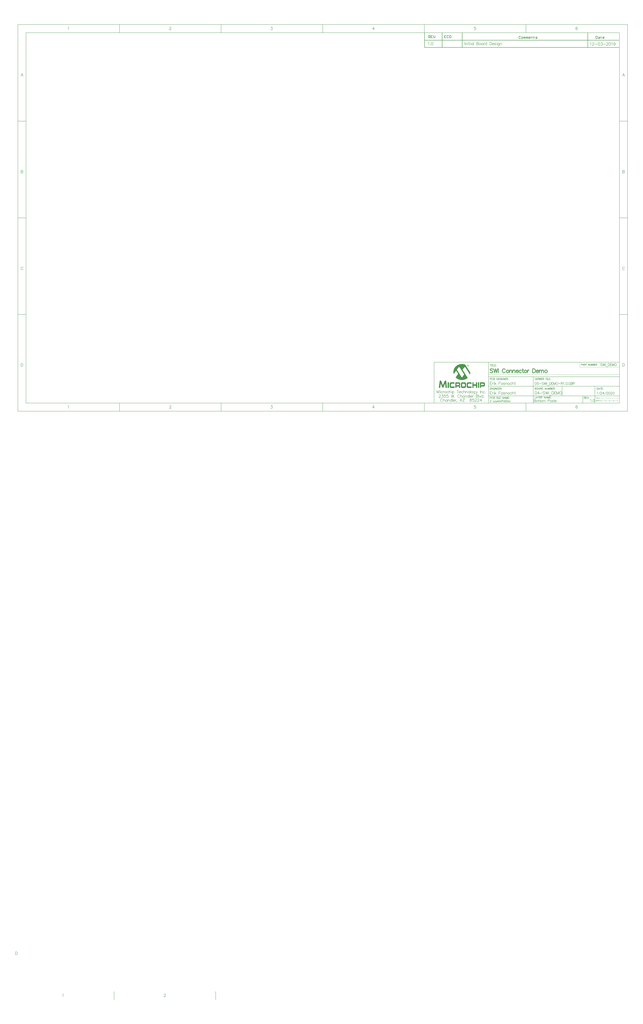
<source format=gbp>
G04 Layer_Color=128*
%FSLAX43Y43*%
%MOMM*%
G71*
G01*
G75*
%ADD13C,0.178*%
%ADD14C,0.150*%
%ADD15C,0.100*%
%ADD16C,0.254*%
%ADD17C,0.127*%
%ADD18C,0.381*%
%ADD19C,0.178*%
%ADD20C,0.200*%
G36*
X264889Y-150000D02*
X264164Y-150000D01*
X264164Y-148694D01*
X262611Y-148694D01*
X262611Y-150000D01*
X261929Y-150000D01*
X261929Y-146546D01*
X262611Y-146546D01*
X262611Y-147765D01*
X264164Y-147765D01*
X264164Y-146546D01*
X264889Y-146546D01*
X264889Y-150000D01*
X264889Y-150000D02*
G37*
G36*
X260971Y-146517D02*
X261043Y-146531D01*
X261101Y-146546D01*
X261116Y-146546D01*
X261145Y-146560D01*
X261232Y-146604D01*
X261290Y-146647D01*
X261333Y-146705D01*
X261377Y-146792D01*
X261406Y-146880D01*
X261406Y-146894D01*
X261421Y-146909D01*
X261421Y-146952D01*
X261435Y-147025D01*
X261435Y-147097D01*
X261450Y-147184D01*
X261450Y-147300D01*
X261450Y-147431D01*
X259563Y-147388D01*
X259548Y-147388D01*
X259490Y-147402D01*
X259432Y-147417D01*
X259345Y-147475D01*
X259273Y-147547D01*
X259200Y-147678D01*
X259171Y-147750D01*
X259142Y-147852D01*
X259127Y-147954D01*
X259127Y-148084D01*
X259127Y-148462D01*
X259127Y-148476D01*
X259127Y-148491D01*
X259127Y-148563D01*
X259156Y-148679D01*
X259185Y-148810D01*
X259229Y-148941D01*
X259302Y-149042D01*
X259403Y-149129D01*
X259476Y-149144D01*
X259548Y-149158D01*
X261479Y-149158D01*
X261479Y-149187D01*
X261479Y-149245D01*
X261479Y-149332D01*
X261464Y-149448D01*
X261450Y-149565D01*
X261435Y-149681D01*
X261406Y-149768D01*
X261363Y-149840D01*
X261363Y-149855D01*
X261333Y-149869D01*
X261290Y-149898D01*
X261232Y-149927D01*
X261145Y-149971D01*
X261043Y-150000D01*
X260898Y-150014D01*
X260724Y-150029D01*
X259316Y-150029D01*
X259200Y-150014D01*
X259069Y-149985D01*
X258924Y-149942D01*
X258779Y-149869D01*
X258648Y-149782D01*
X258547Y-149666D01*
X258547Y-149652D01*
X258518Y-149608D01*
X258489Y-149550D01*
X258460Y-149448D01*
X258431Y-149332D01*
X258402Y-149173D01*
X258387Y-148999D01*
X258373Y-148795D01*
X258373Y-147765D01*
X258373Y-147750D01*
X258373Y-147721D01*
X258373Y-147678D01*
X258373Y-147620D01*
X258402Y-147475D01*
X258431Y-147300D01*
X258474Y-147112D01*
X258547Y-146923D01*
X258648Y-146763D01*
X258721Y-146705D01*
X258794Y-146647D01*
X258808Y-146647D01*
X258837Y-146618D01*
X258881Y-146604D01*
X258953Y-146575D01*
X259040Y-146546D01*
X259156Y-146531D01*
X259273Y-146502D01*
X260797Y-146502D01*
X260971Y-146517D01*
X260971Y-146517D02*
G37*
G36*
X266210Y-150000D02*
X265397Y-150000D01*
X265397Y-146546D01*
X266210Y-146546D01*
X266210Y-150000D01*
X266210Y-150000D02*
G37*
G36*
X245209Y-145414D02*
X245282Y-145428D01*
X245354Y-145472D01*
X245427Y-145530D01*
X245514Y-145631D01*
X245572Y-145762D01*
X245601Y-145936D01*
X246065Y-150000D01*
X245194Y-150000D01*
X244948Y-147083D01*
X244933Y-147083D01*
X244048Y-149419D01*
X244048Y-149434D01*
X244019Y-149477D01*
X243975Y-149550D01*
X243932Y-149608D01*
X243859Y-149681D01*
X243772Y-149753D01*
X243656Y-149797D01*
X243540Y-149811D01*
X243482Y-149811D01*
X243409Y-149797D01*
X243322Y-149768D01*
X243235Y-149710D01*
X243148Y-149652D01*
X243061Y-149550D01*
X243003Y-149419D01*
X242118Y-147126D01*
X242103Y-147126D01*
X241842Y-150000D01*
X241000Y-150000D01*
X241435Y-145893D01*
X241435Y-145878D01*
X241450Y-145820D01*
X241479Y-145733D01*
X241523Y-145646D01*
X241581Y-145559D01*
X241668Y-145472D01*
X241769Y-145414D01*
X241900Y-145399D01*
X241972Y-145399D01*
X242059Y-145428D01*
X242147Y-145457D01*
X242248Y-145515D01*
X242364Y-145588D01*
X242451Y-145704D01*
X242538Y-145864D01*
X243525Y-148374D01*
X243540Y-148374D01*
X244527Y-145864D01*
X244541Y-145849D01*
X244556Y-145791D01*
X244599Y-145718D01*
X244672Y-145631D01*
X244759Y-145544D01*
X244861Y-145472D01*
X244991Y-145414D01*
X245151Y-145399D01*
X245165Y-145399D01*
X245209Y-145414D01*
X245209Y-145414D02*
G37*
G36*
X269026Y-146560D02*
X269142Y-146575D01*
X269272Y-146618D01*
X269403Y-146691D01*
X269534Y-146792D01*
X269650Y-146938D01*
X269722Y-147126D01*
X269722Y-147141D01*
X269737Y-147170D01*
X269737Y-147213D01*
X269751Y-147286D01*
X269766Y-147373D01*
X269766Y-147475D01*
X269780Y-147605D01*
X269780Y-147736D01*
X269780Y-147997D01*
X269780Y-148026D01*
X269780Y-148099D01*
X269766Y-148215D01*
X269751Y-148345D01*
X269693Y-148636D01*
X269650Y-148781D01*
X269577Y-148897D01*
X269577Y-148911D01*
X269548Y-148926D01*
X269505Y-148970D01*
X269461Y-149013D01*
X269316Y-149086D01*
X269214Y-149115D01*
X269113Y-149129D01*
X267386Y-149129D01*
X267386Y-150000D01*
X266674Y-150000D01*
X266674Y-146546D01*
X268953Y-146546D01*
X269026Y-146560D01*
X269026Y-146560D02*
G37*
G36*
X253714Y-146560D02*
X253830Y-146604D01*
X253961Y-146676D01*
X254019Y-146734D01*
X254077Y-146792D01*
X254135Y-146880D01*
X254193Y-146981D01*
X254236Y-147097D01*
X254265Y-147242D01*
X254294Y-147388D01*
X254294Y-147576D01*
X254294Y-147779D01*
X254294Y-147794D01*
X254294Y-147808D01*
X254294Y-147896D01*
X254280Y-148012D01*
X254251Y-148157D01*
X254193Y-148316D01*
X254135Y-148447D01*
X254033Y-148578D01*
X253903Y-148650D01*
X253903Y-148665D01*
X253917Y-148665D01*
X253961Y-148694D01*
X254033Y-148737D01*
X254106Y-148795D01*
X254164Y-148897D01*
X254236Y-149028D01*
X254280Y-149202D01*
X254294Y-149419D01*
X254294Y-150000D01*
X253569Y-150000D01*
X253569Y-149594D01*
X253569Y-149579D01*
X253569Y-149550D01*
X253569Y-149492D01*
X253569Y-149434D01*
X253554Y-149318D01*
X253554Y-149260D01*
X253540Y-149231D01*
X253525Y-149216D01*
X253482Y-149158D01*
X253409Y-149115D01*
X253278Y-149100D01*
X252001Y-149100D01*
X252001Y-150000D01*
X251261Y-150000D01*
X251261Y-146546D01*
X253641Y-146546D01*
X253714Y-146560D01*
X253714Y-146560D02*
G37*
G36*
X257154Y-146517D02*
X257270Y-146546D01*
X257415Y-146575D01*
X257545Y-146633D01*
X257662Y-146720D01*
X257763Y-146822D01*
X257778Y-146836D01*
X257792Y-146880D01*
X257836Y-146952D01*
X257879Y-147054D01*
X257908Y-147184D01*
X257952Y-147344D01*
X257966Y-147533D01*
X257981Y-147750D01*
X257981Y-148781D01*
X257981Y-148795D01*
X257981Y-148824D01*
X257981Y-148868D01*
X257966Y-148941D01*
X257952Y-149100D01*
X257923Y-149289D01*
X257850Y-149492D01*
X257763Y-149681D01*
X257647Y-149840D01*
X257560Y-149913D01*
X257473Y-149956D01*
X257458Y-149956D01*
X257444Y-149971D01*
X257386Y-149985D01*
X257328Y-149985D01*
X257255Y-150000D01*
X257168Y-150014D01*
X256950Y-150029D01*
X255673Y-150029D01*
X255572Y-150014D01*
X255441Y-149985D01*
X255296Y-149942D01*
X255151Y-149884D01*
X255020Y-149811D01*
X254919Y-149695D01*
X254904Y-149681D01*
X254889Y-149637D01*
X254860Y-149565D01*
X254831Y-149477D01*
X254788Y-149347D01*
X254759Y-149187D01*
X254744Y-148999D01*
X254730Y-148781D01*
X254730Y-147750D01*
X254730Y-147736D01*
X254730Y-147707D01*
X254730Y-147649D01*
X254744Y-147591D01*
X254759Y-147417D01*
X254802Y-147213D01*
X254875Y-147010D01*
X254977Y-146807D01*
X255049Y-146734D01*
X255122Y-146662D01*
X255223Y-146604D01*
X255325Y-146560D01*
X255339Y-146560D01*
X255354Y-146546D01*
X255397Y-146546D01*
X255456Y-146531D01*
X255601Y-146517D01*
X255775Y-146502D01*
X257052Y-146502D01*
X257154Y-146517D01*
X257154Y-146517D02*
G37*
G36*
X250085Y-146517D02*
X250245Y-146517D01*
X250405Y-146531D01*
X250535Y-146560D01*
X250579Y-146575D01*
X250608Y-146589D01*
X250622Y-146589D01*
X250637Y-146618D01*
X250666Y-146662D01*
X250710Y-146734D01*
X250739Y-146836D01*
X250768Y-146981D01*
X250782Y-147155D01*
X250797Y-147388D01*
X248895Y-147388D01*
X248823Y-147402D01*
X248721Y-147446D01*
X248620Y-147533D01*
X248605Y-147562D01*
X248591Y-147591D01*
X248562Y-147649D01*
X248547Y-147721D01*
X248518Y-147823D01*
X248504Y-147939D01*
X248504Y-148084D01*
X248504Y-148462D01*
X248504Y-148476D01*
X248504Y-148520D01*
X248504Y-148592D01*
X248518Y-148679D01*
X248533Y-148853D01*
X248547Y-148926D01*
X248562Y-148984D01*
X248576Y-149013D01*
X248634Y-149071D01*
X248750Y-149129D01*
X248823Y-149144D01*
X248910Y-149158D01*
X250840Y-149158D01*
X250840Y-149173D01*
X250840Y-149245D01*
X250840Y-149332D01*
X250826Y-149434D01*
X250797Y-149652D01*
X250768Y-149739D01*
X250739Y-149811D01*
X250739Y-149826D01*
X250710Y-149840D01*
X250666Y-149884D01*
X250608Y-149913D01*
X250521Y-149956D01*
X250419Y-150000D01*
X250274Y-150014D01*
X250100Y-150029D01*
X248707Y-150029D01*
X248591Y-150014D01*
X248475Y-150000D01*
X248344Y-149956D01*
X248199Y-149913D01*
X248068Y-149840D01*
X247967Y-149753D01*
X247952Y-149739D01*
X247937Y-149695D01*
X247894Y-149623D01*
X247850Y-149521D01*
X247807Y-149390D01*
X247778Y-149216D01*
X247749Y-149013D01*
X247734Y-148781D01*
X247734Y-147750D01*
X247734Y-147736D01*
X247734Y-147707D01*
X247734Y-147649D01*
X247749Y-147576D01*
X247778Y-147388D01*
X247821Y-147184D01*
X247908Y-146967D01*
X248039Y-146763D01*
X248112Y-146691D01*
X248213Y-146618D01*
X248315Y-146560D01*
X248445Y-146531D01*
X248475Y-146531D01*
X248547Y-146517D01*
X248649Y-146502D01*
X249911Y-146502D01*
X250085Y-146517D01*
X250085Y-146517D02*
G37*
G36*
X247299Y-150000D02*
X246501Y-150000D01*
X246501Y-146546D01*
X247299Y-146546D01*
X247299Y-150000D01*
X247299Y-150000D02*
G37*
G36*
X255731Y-135066D02*
X255847Y-135066D01*
X255978Y-135080D01*
X256123Y-135109D01*
X256442Y-135153D01*
X256791Y-135225D01*
X257154Y-135327D01*
X257502Y-135472D01*
X260666Y-140508D01*
X260666Y-140523D01*
X260666Y-140552D01*
X260651Y-140595D01*
X260651Y-140668D01*
X260622Y-140842D01*
X260579Y-141060D01*
X260579Y-141074D01*
X260564Y-141103D01*
X260550Y-141176D01*
X260535Y-141248D01*
X260506Y-141335D01*
X260477Y-141452D01*
X260405Y-141684D01*
X257662Y-137373D01*
X257647Y-137359D01*
X257633Y-137315D01*
X257589Y-137272D01*
X257531Y-137199D01*
X257458Y-137141D01*
X257371Y-137097D01*
X257270Y-137054D01*
X257168Y-137039D01*
X257125Y-137039D01*
X257081Y-137054D01*
X257023Y-137083D01*
X256950Y-137112D01*
X256863Y-137170D01*
X256791Y-137257D01*
X256704Y-137359D01*
X255789Y-138621D01*
X259026Y-143716D01*
X259011Y-143730D01*
X258953Y-143774D01*
X258866Y-143846D01*
X258750Y-143933D01*
X258605Y-144035D01*
X258416Y-144151D01*
X258213Y-144282D01*
X257981Y-144398D01*
X257720Y-144528D01*
X257429Y-144659D01*
X257125Y-144775D01*
X256791Y-144877D01*
X256442Y-144964D01*
X256080Y-145036D01*
X255688Y-145080D01*
X255281Y-145094D01*
X255180Y-145094D01*
X255064Y-145080D01*
X254919Y-145065D01*
X254715Y-145036D01*
X254498Y-145007D01*
X254251Y-144949D01*
X253975Y-144891D01*
X253685Y-144804D01*
X253380Y-144688D01*
X253061Y-144557D01*
X252741Y-144398D01*
X252422Y-144209D01*
X252088Y-143991D01*
X251769Y-143730D01*
X251464Y-143440D01*
X252829Y-141553D01*
X252843Y-141539D01*
X252858Y-141481D01*
X252887Y-141393D01*
X252901Y-141321D01*
X252916Y-141248D01*
X252916Y-141219D01*
X252901Y-141147D01*
X252858Y-141016D01*
X252771Y-140856D01*
X251755Y-139274D01*
X250245Y-141364D01*
X250245Y-141350D01*
X250245Y-141335D01*
X250216Y-141248D01*
X250187Y-141132D01*
X250158Y-140958D01*
X250129Y-140755D01*
X250100Y-140523D01*
X250085Y-140261D01*
X250071Y-139986D01*
X250071Y-139957D01*
X250071Y-139899D01*
X250085Y-139797D01*
X250100Y-139652D01*
X250115Y-139492D01*
X250144Y-139289D01*
X250187Y-139071D01*
X250260Y-138825D01*
X250332Y-138563D01*
X250419Y-138302D01*
X250550Y-138012D01*
X250681Y-137736D01*
X250855Y-137446D01*
X251043Y-137155D01*
X251261Y-136880D01*
X251522Y-136604D01*
X251537Y-136589D01*
X251595Y-136531D01*
X251682Y-136459D01*
X251798Y-136357D01*
X251958Y-136241D01*
X252132Y-136111D01*
X252350Y-135965D01*
X252596Y-135820D01*
X252858Y-135675D01*
X253162Y-135544D01*
X253482Y-135414D01*
X253830Y-135298D01*
X254193Y-135196D01*
X254585Y-135124D01*
X254991Y-135066D01*
X255426Y-135051D01*
X255630Y-135051D01*
X255731Y-135066D01*
X255731Y-135066D02*
G37*
G36*
X259331Y-135559D02*
X259418Y-135574D01*
X259519Y-135617D01*
X259621Y-135690D01*
X259708Y-135791D01*
X259766Y-135922D01*
X259795Y-136096D01*
X259795Y-136125D01*
X259781Y-136183D01*
X259766Y-136270D01*
X259723Y-136386D01*
X259664Y-136488D01*
X259563Y-136575D01*
X259432Y-136648D01*
X259244Y-136677D01*
X259200Y-136677D01*
X259156Y-136662D01*
X259113Y-136648D01*
X258968Y-136604D01*
X258910Y-136560D01*
X258837Y-136502D01*
X258837Y-136488D01*
X258808Y-136473D01*
X258750Y-136386D01*
X258692Y-136256D01*
X258678Y-136183D01*
X258663Y-136096D01*
X258663Y-136081D01*
X258663Y-136052D01*
X258678Y-136009D01*
X258692Y-135965D01*
X258750Y-135835D01*
X258837Y-135704D01*
X258852Y-135690D01*
X258866Y-135675D01*
X258953Y-135617D01*
X259084Y-135574D01*
X259156Y-135544D01*
X259273Y-135544D01*
X259331Y-135559D01*
X259331Y-135559D02*
G37*
%LPC*%
G36*
X268750Y-147373D02*
X267386Y-147373D01*
X267386Y-148258D01*
X268837Y-148258D01*
X268866Y-148244D01*
X268910Y-148215D01*
X268953Y-148171D01*
X268997Y-148099D01*
X269011Y-148012D01*
X269026Y-147896D01*
X269026Y-147765D01*
X269026Y-147750D01*
X269026Y-147707D01*
X269011Y-147634D01*
X268997Y-147562D01*
X268953Y-147504D01*
X268910Y-147431D01*
X268837Y-147388D01*
X268750Y-147373D01*
X268750Y-147373D02*
G37*
G36*
X253249Y-147373D02*
X252001Y-147373D01*
X252001Y-148244D01*
X253366Y-148244D01*
X253409Y-148229D01*
X253467Y-148200D01*
X253525Y-148157D01*
X253569Y-148084D01*
X253598Y-147997D01*
X253612Y-147866D01*
X253612Y-147765D01*
X253612Y-147750D01*
X253612Y-147707D01*
X253598Y-147634D01*
X253569Y-147562D01*
X253525Y-147504D01*
X253453Y-147431D01*
X253366Y-147388D01*
X253249Y-147373D01*
X253249Y-147373D02*
G37*
G36*
X256849Y-147373D02*
X255891Y-147373D01*
X255804Y-147388D01*
X255688Y-147446D01*
X255630Y-147475D01*
X255586Y-147533D01*
X255572Y-147562D01*
X255557Y-147605D01*
X255543Y-147663D01*
X255514Y-147736D01*
X255499Y-147837D01*
X255485Y-147954D01*
X255485Y-148084D01*
X255485Y-148462D01*
X255485Y-148476D01*
X255485Y-148520D01*
X255485Y-148592D01*
X255499Y-148679D01*
X255514Y-148853D01*
X255528Y-148941D01*
X255557Y-149013D01*
X255572Y-149042D01*
X255630Y-149086D01*
X255731Y-149129D01*
X255876Y-149158D01*
X256820Y-149158D01*
X256878Y-149144D01*
X256950Y-149115D01*
X257038Y-149071D01*
X257110Y-148984D01*
X257183Y-148868D01*
X257241Y-148694D01*
X257255Y-148578D01*
X257255Y-148462D01*
X257255Y-148084D01*
X257255Y-148070D01*
X257255Y-148026D01*
X257255Y-147954D01*
X257241Y-147866D01*
X257197Y-147692D01*
X257154Y-147605D01*
X257110Y-147533D01*
X257110Y-147518D01*
X257081Y-147504D01*
X257023Y-147446D01*
X256921Y-147402D01*
X256849Y-147373D01*
X256849Y-147373D02*
G37*
G36*
X253598Y-137025D02*
X253554Y-137025D01*
X253511Y-137039D01*
X253438Y-137068D01*
X253366Y-137097D01*
X253293Y-137155D01*
X253206Y-137243D01*
X253119Y-137344D01*
X252219Y-138607D01*
X254919Y-142874D01*
X254933Y-142888D01*
X254962Y-142932D01*
X255006Y-143004D01*
X255064Y-143063D01*
X255136Y-143135D01*
X255209Y-143208D01*
X255296Y-143251D01*
X255368Y-143266D01*
X255412Y-143266D01*
X255470Y-143251D01*
X255528Y-143222D01*
X255601Y-143193D01*
X255688Y-143150D01*
X255760Y-143077D01*
X255833Y-142975D01*
X256776Y-141626D01*
X254077Y-137359D01*
X254062Y-137344D01*
X254033Y-137301D01*
X253990Y-137257D01*
X253932Y-137185D01*
X253859Y-137126D01*
X253786Y-137083D01*
X253699Y-137039D01*
X253598Y-137025D01*
X253598Y-137025D02*
G37*
G36*
X259244Y-135646D02*
X259171Y-135646D01*
X259084Y-135675D01*
X258997Y-135704D01*
X258910Y-135762D01*
X258823Y-135835D01*
X258765Y-135951D01*
X258750Y-136096D01*
X258750Y-136111D01*
X258750Y-136125D01*
X258765Y-136212D01*
X258808Y-136328D01*
X258895Y-136444D01*
X258924Y-136473D01*
X258997Y-136517D01*
X259098Y-136560D01*
X259244Y-136589D01*
X259258Y-136589D01*
X259316Y-136575D01*
X259389Y-136560D01*
X259476Y-136531D01*
X259563Y-136473D01*
X259635Y-136386D01*
X259693Y-136256D01*
X259708Y-136096D01*
X259708Y-136081D01*
X259708Y-136023D01*
X259679Y-135951D01*
X259650Y-135864D01*
X259592Y-135791D01*
X259519Y-135719D01*
X259403Y-135661D01*
X259244Y-135646D01*
X259244Y-135646D02*
G37*
%LPD*%
G36*
X259374Y-135806D02*
X259447Y-135849D01*
X259476Y-135907D01*
X259490Y-135965D01*
X259490Y-135980D01*
X259490Y-135994D01*
X259476Y-136067D01*
X259418Y-136125D01*
X259374Y-136154D01*
X259316Y-136169D01*
X259505Y-136444D01*
X259389Y-136444D01*
X259215Y-136169D01*
X259113Y-136169D01*
X259113Y-136444D01*
X259011Y-136444D01*
X259011Y-135777D01*
X259287Y-135777D01*
X259374Y-135806D01*
X259374Y-135806D02*
G37*
%LPC*%
G36*
X259273Y-135864D02*
X259113Y-135864D01*
X259113Y-136081D01*
X259287Y-136081D01*
X259331Y-136067D01*
X259360Y-136038D01*
X259374Y-135965D01*
X259374Y-135951D01*
X259360Y-135907D01*
X259331Y-135878D01*
X259273Y-135864D01*
X259273Y-135864D02*
G37*
%LPD*%
D13*
X335678Y-157358D02*
X335821Y-157287D01*
X336035Y-157073D01*
X336035Y-158572D01*
X336849Y-158429D02*
X336778Y-158501D01*
X336849Y-158572D01*
X336920Y-158501D01*
X336849Y-158429D01*
X337677Y-157073D02*
X337463Y-157144D01*
X337320Y-157358D01*
X337249Y-157715D01*
X337249Y-157930D01*
X337320Y-158287D01*
X337463Y-158501D01*
X337677Y-158572D01*
X337820Y-158572D01*
X338034Y-158501D01*
X338177Y-158287D01*
X338249Y-157930D01*
X338249Y-157715D01*
X338177Y-157358D01*
X338034Y-157144D01*
X337820Y-157073D01*
X337677Y-157073D01*
X9176Y74937D02*
X9345Y75022D01*
X9599Y75276D01*
X9599Y73498D01*
X72650Y74852D02*
X72650Y74937D01*
X72735Y75106D01*
X72820Y75191D01*
X72989Y75276D01*
X73328Y75276D01*
X73497Y75191D01*
X73582Y75106D01*
X73666Y74937D01*
X73666Y74768D01*
X73582Y74598D01*
X73412Y74344D01*
X72566Y73498D01*
X73751Y73498D01*
X135964Y75276D02*
X136896Y75276D01*
X136388Y74598D01*
X136642Y74598D01*
X136811Y74514D01*
X136896Y74429D01*
X136980Y74175D01*
X136980Y74006D01*
X136896Y73752D01*
X136726Y73583D01*
X136472Y73498D01*
X136218Y73498D01*
X135964Y73583D01*
X135880Y73667D01*
X135795Y73837D01*
X200311Y75276D02*
X199464Y74091D01*
X200734Y74091D01*
X200311Y75276D02*
X200311Y73498D01*
X263955Y75276D02*
X263108Y75276D01*
X263023Y74514D01*
X263108Y74598D01*
X263362Y74683D01*
X263616Y74683D01*
X263870Y74598D01*
X264039Y74429D01*
X264124Y74175D01*
X264124Y74006D01*
X264039Y73752D01*
X263870Y73583D01*
X263616Y73498D01*
X263362Y73498D01*
X263108Y73583D01*
X263023Y73667D01*
X262939Y73837D01*
X327582Y75022D02*
X327497Y75191D01*
X327243Y75276D01*
X327074Y75276D01*
X326820Y75191D01*
X326650Y74937D01*
X326566Y74514D01*
X326566Y74091D01*
X326650Y73752D01*
X326820Y73583D01*
X327074Y73498D01*
X327158Y73498D01*
X327412Y73583D01*
X327582Y73752D01*
X327666Y74006D01*
X327666Y74091D01*
X327582Y74344D01*
X327412Y74514D01*
X327158Y74598D01*
X327074Y74598D01*
X326820Y74514D01*
X326650Y74344D01*
X326566Y74091D01*
X357079Y44466D02*
X356402Y46243D01*
X355725Y44466D01*
X355979Y45058D02*
X356825Y45058D01*
X355725Y-14209D02*
X355725Y-15986D01*
X355725Y-14209D02*
X356487Y-14209D01*
X356741Y-14293D01*
X356825Y-14378D01*
X356910Y-14547D01*
X356910Y-14716D01*
X356825Y-14886D01*
X356741Y-14970D01*
X356487Y-15055D01*
X355725Y-15055D02*
X356487Y-15055D01*
X356741Y-15140D01*
X356825Y-15224D01*
X356910Y-15394D01*
X356910Y-15648D01*
X356825Y-15817D01*
X356741Y-15902D01*
X356487Y-15986D01*
X355725Y-15986D01*
X356995Y-74957D02*
X356910Y-74788D01*
X356741Y-74618D01*
X356572Y-74534D01*
X356233Y-74534D01*
X356064Y-74618D01*
X355894Y-74788D01*
X355810Y-74957D01*
X355725Y-75211D01*
X355725Y-75634D01*
X355810Y-75888D01*
X355894Y-76057D01*
X356064Y-76227D01*
X356233Y-76311D01*
X356572Y-76311D01*
X356741Y-76227D01*
X356910Y-76057D01*
X356995Y-75888D01*
X355725Y-134732D02*
X355725Y-136509D01*
X355725Y-134732D02*
X356318Y-134732D01*
X356572Y-134816D01*
X356741Y-134986D01*
X356825Y-135155D01*
X356910Y-135409D01*
X356910Y-135832D01*
X356825Y-136086D01*
X356741Y-136255D01*
X356572Y-136425D01*
X356318Y-136509D01*
X355725Y-136509D01*
X-18841Y44466D02*
X-19518Y46243D01*
X-20195Y44466D01*
X-19941Y45058D02*
X-19095Y45058D01*
X-20195Y-14209D02*
X-20195Y-15986D01*
X-20195Y-14209D02*
X-19433Y-14209D01*
X-19179Y-14293D01*
X-19095Y-14378D01*
X-19010Y-14547D01*
X-19010Y-14716D01*
X-19095Y-14886D01*
X-19179Y-14970D01*
X-19433Y-15055D01*
X-20195Y-15055D02*
X-19433Y-15055D01*
X-19179Y-15140D01*
X-19095Y-15224D01*
X-19010Y-15394D01*
X-19010Y-15648D01*
X-19095Y-15817D01*
X-19179Y-15902D01*
X-19433Y-15986D01*
X-20195Y-15986D01*
X-18925Y-74957D02*
X-19010Y-74788D01*
X-19179Y-74618D01*
X-19348Y-74534D01*
X-19687Y-74534D01*
X-19856Y-74618D01*
X-20026Y-74788D01*
X-20110Y-74957D01*
X-20195Y-75211D01*
X-20195Y-75634D01*
X-20110Y-75888D01*
X-20026Y-76057D01*
X-19856Y-76227D01*
X-19687Y-76311D01*
X-19348Y-76311D01*
X-19179Y-76227D01*
X-19010Y-76057D01*
X-18925Y-75888D01*
X-20195Y-134732D02*
X-20195Y-136509D01*
X-20195Y-134732D02*
X-19602Y-134732D01*
X-19348Y-134816D01*
X-19179Y-134986D01*
X-19095Y-135155D01*
X-19010Y-135409D01*
X-19010Y-135832D01*
X-19095Y-136086D01*
X-19179Y-136255D01*
X-19348Y-136425D01*
X-19602Y-136509D01*
X-20195Y-136509D01*
X9176Y-161283D02*
X9345Y-161198D01*
X9599Y-160944D01*
X9599Y-162722D01*
X72650Y-161368D02*
X72650Y-161283D01*
X72735Y-161114D01*
X72820Y-161029D01*
X72989Y-160944D01*
X73328Y-160944D01*
X73497Y-161029D01*
X73582Y-161114D01*
X73666Y-161283D01*
X73666Y-161452D01*
X73582Y-161622D01*
X73412Y-161876D01*
X72566Y-162722D01*
X73751Y-162722D01*
X135964Y-160944D02*
X136896Y-160944D01*
X136388Y-161622D01*
X136642Y-161622D01*
X136811Y-161706D01*
X136896Y-161791D01*
X136980Y-162045D01*
X136980Y-162214D01*
X136896Y-162468D01*
X136726Y-162637D01*
X136472Y-162722D01*
X136218Y-162722D01*
X135964Y-162637D01*
X135880Y-162553D01*
X135795Y-162383D01*
X200311Y-160944D02*
X199464Y-162129D01*
X200734Y-162129D01*
X200311Y-160944D02*
X200311Y-162722D01*
X263955Y-160944D02*
X263108Y-160944D01*
X263023Y-161706D01*
X263108Y-161622D01*
X263362Y-161537D01*
X263616Y-161537D01*
X263870Y-161622D01*
X264039Y-161791D01*
X264124Y-162045D01*
X264124Y-162214D01*
X264039Y-162468D01*
X263870Y-162637D01*
X263616Y-162722D01*
X263362Y-162722D01*
X263108Y-162637D01*
X263023Y-162553D01*
X262939Y-162383D01*
X327582Y-161198D02*
X327497Y-161029D01*
X327243Y-160944D01*
X327074Y-160944D01*
X326820Y-161029D01*
X326650Y-161283D01*
X326566Y-161706D01*
X326566Y-162129D01*
X326650Y-162468D01*
X326820Y-162637D01*
X327074Y-162722D01*
X327158Y-162722D01*
X327412Y-162637D01*
X327582Y-162468D01*
X327666Y-162214D01*
X327666Y-162129D01*
X327582Y-161876D01*
X327412Y-161706D01*
X327158Y-161622D01*
X327074Y-161622D01*
X326820Y-161706D01*
X326650Y-161876D01*
X326566Y-162129D01*
X243270Y-157146D02*
X243185Y-156976D01*
X243016Y-156807D01*
X242846Y-156722D01*
X242508Y-156722D01*
X242339Y-156807D01*
X242169Y-156976D01*
X242085Y-157146D01*
X242000Y-157400D01*
X242000Y-157823D01*
X242085Y-158077D01*
X242169Y-158246D01*
X242339Y-158415D01*
X242508Y-158500D01*
X242846Y-158500D01*
X243016Y-158415D01*
X243185Y-158246D01*
X243270Y-158077D01*
X243769Y-156722D02*
X243769Y-158500D01*
X243769Y-157654D02*
X244023Y-157400D01*
X244192Y-157315D01*
X244446Y-157315D01*
X244616Y-157400D01*
X244700Y-157654D01*
X244700Y-158500D01*
X246182Y-157315D02*
X246182Y-158500D01*
X246182Y-157569D02*
X246012Y-157400D01*
X245843Y-157315D01*
X245589Y-157315D01*
X245420Y-157400D01*
X245251Y-157569D01*
X245166Y-157823D01*
X245166Y-157992D01*
X245251Y-158246D01*
X245420Y-158415D01*
X245589Y-158500D01*
X245843Y-158500D01*
X246012Y-158415D01*
X246182Y-158246D01*
X246656Y-157315D02*
X246656Y-158500D01*
X246656Y-157654D02*
X246910Y-157400D01*
X247079Y-157315D01*
X247333Y-157315D01*
X247502Y-157400D01*
X247587Y-157654D01*
X247587Y-158500D01*
X249068Y-156722D02*
X249068Y-158500D01*
X249068Y-157569D02*
X248899Y-157400D01*
X248730Y-157315D01*
X248476Y-157315D01*
X248306Y-157400D01*
X248137Y-157569D01*
X248052Y-157823D01*
X248052Y-157992D01*
X248137Y-158246D01*
X248306Y-158415D01*
X248476Y-158500D01*
X248730Y-158500D01*
X248899Y-158415D01*
X249068Y-158246D01*
X249542Y-156722D02*
X249542Y-158500D01*
X249915Y-157823D02*
X250930Y-157823D01*
X250930Y-157654D01*
X250846Y-157484D01*
X250761Y-157400D01*
X250592Y-157315D01*
X250338Y-157315D01*
X250169Y-157400D01*
X249999Y-157569D01*
X249915Y-157823D01*
X249915Y-157992D01*
X249999Y-158246D01*
X250169Y-158415D01*
X250338Y-158500D01*
X250592Y-158500D01*
X250761Y-158415D01*
X250930Y-158246D01*
X251311Y-157315D02*
X251311Y-158500D01*
X251311Y-157823D02*
X251396Y-157569D01*
X251565Y-157400D01*
X251735Y-157315D01*
X251989Y-157315D01*
X252319Y-158415D02*
X252234Y-158500D01*
X252149Y-158415D01*
X252234Y-158331D01*
X252319Y-158415D01*
X252319Y-158585D01*
X252234Y-158754D01*
X252149Y-158839D01*
X255459Y-158500D02*
X254782Y-156722D01*
X254105Y-158500D01*
X254359Y-157907D02*
X255205Y-157907D01*
X257059Y-156722D02*
X255874Y-158500D01*
X255874Y-156722D02*
X257059Y-156722D01*
X255874Y-158500D02*
X257059Y-158500D01*
X260673Y-156722D02*
X260420Y-156807D01*
X260335Y-156976D01*
X260335Y-157146D01*
X260420Y-157315D01*
X260589Y-157400D01*
X260927Y-157484D01*
X261181Y-157569D01*
X261351Y-157738D01*
X261435Y-157907D01*
X261435Y-158161D01*
X261351Y-158331D01*
X261266Y-158415D01*
X261012Y-158500D01*
X260673Y-158500D01*
X260420Y-158415D01*
X260335Y-158331D01*
X260250Y-158161D01*
X260250Y-157907D01*
X260335Y-157738D01*
X260504Y-157569D01*
X260758Y-157484D01*
X261097Y-157400D01*
X261266Y-157315D01*
X261351Y-157146D01*
X261351Y-156976D01*
X261266Y-156807D01*
X261012Y-156722D01*
X260673Y-156722D01*
X262849Y-156722D02*
X262002Y-156722D01*
X261918Y-157484D01*
X262002Y-157400D01*
X262256Y-157315D01*
X262510Y-157315D01*
X262764Y-157400D01*
X262934Y-157569D01*
X263018Y-157823D01*
X263018Y-157992D01*
X262934Y-158246D01*
X262764Y-158415D01*
X262510Y-158500D01*
X262256Y-158500D01*
X262002Y-158415D01*
X261918Y-158331D01*
X261833Y-158161D01*
X263501Y-157146D02*
X263501Y-157061D01*
X263585Y-156892D01*
X263670Y-156807D01*
X263839Y-156722D01*
X264178Y-156722D01*
X264347Y-156807D01*
X264432Y-156892D01*
X264517Y-157061D01*
X264517Y-157230D01*
X264432Y-157400D01*
X264263Y-157654D01*
X263416Y-158500D01*
X264601Y-158500D01*
X265084Y-157146D02*
X265084Y-157061D01*
X265168Y-156892D01*
X265253Y-156807D01*
X265422Y-156722D01*
X265761Y-156722D01*
X265930Y-156807D01*
X266015Y-156892D01*
X266099Y-157061D01*
X266099Y-157230D01*
X266015Y-157400D01*
X265845Y-157654D01*
X264999Y-158500D01*
X266184Y-158500D01*
X267428Y-156722D02*
X266582Y-157907D01*
X267852Y-157907D01*
X267428Y-156722D02*
X267428Y-158500D01*
X241085Y-154646D02*
X241085Y-154561D01*
X241169Y-154392D01*
X241254Y-154307D01*
X241423Y-154222D01*
X241762Y-154222D01*
X241931Y-154307D01*
X242016Y-154392D01*
X242100Y-154561D01*
X242100Y-154730D01*
X242016Y-154900D01*
X241846Y-155154D01*
X241000Y-156000D01*
X242185Y-156000D01*
X242752Y-154222D02*
X243683Y-154222D01*
X243175Y-154900D01*
X243429Y-154900D01*
X243599Y-154984D01*
X243683Y-155069D01*
X243768Y-155323D01*
X243768Y-155492D01*
X243683Y-155746D01*
X243514Y-155915D01*
X243260Y-156000D01*
X243006Y-156000D01*
X242752Y-155915D01*
X242668Y-155831D01*
X242583Y-155661D01*
X245182Y-154222D02*
X244335Y-154222D01*
X244251Y-154984D01*
X244335Y-154900D01*
X244589Y-154815D01*
X244843Y-154815D01*
X245097Y-154900D01*
X245266Y-155069D01*
X245351Y-155323D01*
X245351Y-155492D01*
X245266Y-155746D01*
X245097Y-155915D01*
X244843Y-156000D01*
X244589Y-156000D01*
X244335Y-155915D01*
X244251Y-155831D01*
X244166Y-155661D01*
X246765Y-154222D02*
X245918Y-154222D01*
X245833Y-154984D01*
X245918Y-154900D01*
X246172Y-154815D01*
X246426Y-154815D01*
X246680Y-154900D01*
X246849Y-155069D01*
X246934Y-155323D01*
X246934Y-155492D01*
X246849Y-155746D01*
X246680Y-155915D01*
X246426Y-156000D01*
X246172Y-156000D01*
X245918Y-155915D01*
X245833Y-155831D01*
X245749Y-155661D01*
X248728Y-154222D02*
X249152Y-156000D01*
X249575Y-154222D02*
X249152Y-156000D01*
X249575Y-154222D02*
X249998Y-156000D01*
X250421Y-154222D02*
X249998Y-156000D01*
X250862Y-155831D02*
X250777Y-155915D01*
X250862Y-156000D01*
X250946Y-155915D01*
X250862Y-155831D01*
X254002Y-154646D02*
X253917Y-154476D01*
X253748Y-154307D01*
X253579Y-154222D01*
X253240Y-154222D01*
X253071Y-154307D01*
X252902Y-154476D01*
X252817Y-154646D01*
X252732Y-154900D01*
X252732Y-155323D01*
X252817Y-155577D01*
X252902Y-155746D01*
X253071Y-155915D01*
X253240Y-156000D01*
X253579Y-156000D01*
X253748Y-155915D01*
X253917Y-155746D01*
X254002Y-155577D01*
X254501Y-154222D02*
X254501Y-156000D01*
X254501Y-155154D02*
X254755Y-154900D01*
X254925Y-154815D01*
X255179Y-154815D01*
X255348Y-154900D01*
X255433Y-155154D01*
X255433Y-156000D01*
X256914Y-154815D02*
X256914Y-156000D01*
X256914Y-155069D02*
X256745Y-154900D01*
X256575Y-154815D01*
X256321Y-154815D01*
X256152Y-154900D01*
X255983Y-155069D01*
X255898Y-155323D01*
X255898Y-155492D01*
X255983Y-155746D01*
X256152Y-155915D01*
X256321Y-156000D01*
X256575Y-156000D01*
X256745Y-155915D01*
X256914Y-155746D01*
X257388Y-154815D02*
X257388Y-156000D01*
X257388Y-155154D02*
X257642Y-154900D01*
X257811Y-154815D01*
X258065Y-154815D01*
X258234Y-154900D01*
X258319Y-155154D01*
X258319Y-156000D01*
X259800Y-154222D02*
X259800Y-156000D01*
X259800Y-155069D02*
X259631Y-154900D01*
X259462Y-154815D01*
X259208Y-154815D01*
X259039Y-154900D01*
X258869Y-155069D01*
X258785Y-155323D01*
X258785Y-155492D01*
X258869Y-155746D01*
X259039Y-155915D01*
X259208Y-156000D01*
X259462Y-156000D01*
X259631Y-155915D01*
X259800Y-155746D01*
X260274Y-154222D02*
X260274Y-156000D01*
X260647Y-155323D02*
X261663Y-155323D01*
X261663Y-155154D01*
X261578Y-154984D01*
X261493Y-154900D01*
X261324Y-154815D01*
X261070Y-154815D01*
X260901Y-154900D01*
X260732Y-155069D01*
X260647Y-155323D01*
X260647Y-155492D01*
X260732Y-155746D01*
X260901Y-155915D01*
X261070Y-156000D01*
X261324Y-156000D01*
X261493Y-155915D01*
X261663Y-155746D01*
X262044Y-154815D02*
X262044Y-156000D01*
X262044Y-155323D02*
X262128Y-155069D01*
X262298Y-154900D01*
X262467Y-154815D01*
X262721Y-154815D01*
X264278Y-154222D02*
X264278Y-156000D01*
X264278Y-154222D02*
X265040Y-154222D01*
X265294Y-154307D01*
X265379Y-154392D01*
X265463Y-154561D01*
X265463Y-154730D01*
X265379Y-154900D01*
X265294Y-154984D01*
X265040Y-155069D01*
X264278Y-155069D02*
X265040Y-155069D01*
X265294Y-155154D01*
X265379Y-155238D01*
X265463Y-155407D01*
X265463Y-155661D01*
X265379Y-155831D01*
X265294Y-155915D01*
X265040Y-156000D01*
X264278Y-156000D01*
X265861Y-154222D02*
X265861Y-156000D01*
X266234Y-154815D02*
X266742Y-156000D01*
X267250Y-154815D02*
X266742Y-156000D01*
X268553Y-154222D02*
X268553Y-156000D01*
X268553Y-155069D02*
X268384Y-154900D01*
X268215Y-154815D01*
X267961Y-154815D01*
X267791Y-154900D01*
X267622Y-155069D01*
X267537Y-155323D01*
X267537Y-155492D01*
X267622Y-155746D01*
X267791Y-155915D01*
X267961Y-156000D01*
X268215Y-156000D01*
X268384Y-155915D01*
X268553Y-155746D01*
X269112Y-155831D02*
X269027Y-155915D01*
X269112Y-156000D01*
X269196Y-155915D01*
X269112Y-155831D01*
X239770Y-151482D02*
X239770Y-153260D01*
X239770Y-151482D02*
X240447Y-153260D01*
X241124Y-151482D02*
X240447Y-153260D01*
X241124Y-151482D02*
X241124Y-153260D01*
X241802Y-151482D02*
X241886Y-151567D01*
X241971Y-151482D01*
X241886Y-151398D01*
X241802Y-151482D01*
X241886Y-152075D02*
X241886Y-153260D01*
X243300Y-152329D02*
X243131Y-152160D01*
X242961Y-152075D01*
X242707Y-152075D01*
X242538Y-152160D01*
X242369Y-152329D01*
X242284Y-152583D01*
X242284Y-152752D01*
X242369Y-153006D01*
X242538Y-153175D01*
X242707Y-153260D01*
X242961Y-153260D01*
X243131Y-153175D01*
X243300Y-153006D01*
X243681Y-152075D02*
X243681Y-153260D01*
X243681Y-152583D02*
X243765Y-152329D01*
X243935Y-152160D01*
X244104Y-152075D01*
X244358Y-152075D01*
X244942Y-152075D02*
X244773Y-152160D01*
X244603Y-152329D01*
X244519Y-152583D01*
X244519Y-152752D01*
X244603Y-153006D01*
X244773Y-153175D01*
X244942Y-153260D01*
X245196Y-153260D01*
X245365Y-153175D01*
X245535Y-153006D01*
X245619Y-152752D01*
X245619Y-152583D01*
X245535Y-152329D01*
X245365Y-152160D01*
X245196Y-152075D01*
X244942Y-152075D01*
X247024Y-152329D02*
X246855Y-152160D01*
X246686Y-152075D01*
X246432Y-152075D01*
X246263Y-152160D01*
X246093Y-152329D01*
X246009Y-152583D01*
X246009Y-152752D01*
X246093Y-153006D01*
X246263Y-153175D01*
X246432Y-153260D01*
X246686Y-153260D01*
X246855Y-153175D01*
X247024Y-153006D01*
X247405Y-151482D02*
X247405Y-153260D01*
X247405Y-152413D02*
X247659Y-152160D01*
X247829Y-152075D01*
X248083Y-152075D01*
X248252Y-152160D01*
X248336Y-152413D01*
X248336Y-153260D01*
X248971Y-151482D02*
X249056Y-151567D01*
X249141Y-151482D01*
X249056Y-151398D01*
X248971Y-151482D01*
X249056Y-152075D02*
X249056Y-153260D01*
X249454Y-152075D02*
X249454Y-153853D01*
X249454Y-152329D02*
X249623Y-152160D01*
X249792Y-152075D01*
X250046Y-152075D01*
X250216Y-152160D01*
X250385Y-152329D01*
X250470Y-152583D01*
X250470Y-152752D01*
X250385Y-153006D01*
X250216Y-153175D01*
X250046Y-153260D01*
X249792Y-153260D01*
X249623Y-153175D01*
X249454Y-153006D01*
X252840Y-151482D02*
X252840Y-153260D01*
X252247Y-151482D02*
X253432Y-151482D01*
X253644Y-152583D02*
X254660Y-152583D01*
X254660Y-152413D01*
X254575Y-152244D01*
X254490Y-152160D01*
X254321Y-152075D01*
X254067Y-152075D01*
X253898Y-152160D01*
X253729Y-152329D01*
X253644Y-152583D01*
X253644Y-152752D01*
X253729Y-153006D01*
X253898Y-153175D01*
X254067Y-153260D01*
X254321Y-153260D01*
X254490Y-153175D01*
X254660Y-153006D01*
X256056Y-152329D02*
X255887Y-152160D01*
X255718Y-152075D01*
X255464Y-152075D01*
X255295Y-152160D01*
X255125Y-152329D01*
X255041Y-152583D01*
X255041Y-152752D01*
X255125Y-153006D01*
X255295Y-153175D01*
X255464Y-153260D01*
X255718Y-153260D01*
X255887Y-153175D01*
X256056Y-153006D01*
X256437Y-151482D02*
X256437Y-153260D01*
X256437Y-152413D02*
X256691Y-152160D01*
X256861Y-152075D01*
X257115Y-152075D01*
X257284Y-152160D01*
X257368Y-152413D01*
X257368Y-153260D01*
X257834Y-152075D02*
X257834Y-153260D01*
X257834Y-152413D02*
X258088Y-152160D01*
X258257Y-152075D01*
X258511Y-152075D01*
X258680Y-152160D01*
X258765Y-152413D01*
X258765Y-153260D01*
X259654Y-152075D02*
X259485Y-152160D01*
X259315Y-152329D01*
X259231Y-152583D01*
X259231Y-152752D01*
X259315Y-153006D01*
X259485Y-153175D01*
X259654Y-153260D01*
X259908Y-153260D01*
X260077Y-153175D01*
X260246Y-153006D01*
X260331Y-152752D01*
X260331Y-152583D01*
X260246Y-152329D01*
X260077Y-152160D01*
X259908Y-152075D01*
X259654Y-152075D01*
X260721Y-151482D02*
X260721Y-153260D01*
X261516Y-152075D02*
X261347Y-152160D01*
X261178Y-152329D01*
X261093Y-152583D01*
X261093Y-152752D01*
X261178Y-153006D01*
X261347Y-153175D01*
X261516Y-153260D01*
X261770Y-153260D01*
X261939Y-153175D01*
X262109Y-153006D01*
X262193Y-152752D01*
X262193Y-152583D01*
X262109Y-152329D01*
X261939Y-152160D01*
X261770Y-152075D01*
X261516Y-152075D01*
X263599Y-152075D02*
X263599Y-153429D01*
X263514Y-153683D01*
X263429Y-153768D01*
X263260Y-153853D01*
X263006Y-153853D01*
X262837Y-153768D01*
X263599Y-152329D02*
X263429Y-152160D01*
X263260Y-152075D01*
X263006Y-152075D01*
X262837Y-152160D01*
X262667Y-152329D01*
X262583Y-152583D01*
X262583Y-152752D01*
X262667Y-153006D01*
X262837Y-153175D01*
X263006Y-153260D01*
X263260Y-153260D01*
X263429Y-153175D01*
X263599Y-153006D01*
X264157Y-152075D02*
X264665Y-153260D01*
X265173Y-152075D02*
X264665Y-153260D01*
X264496Y-153599D01*
X264327Y-153768D01*
X264157Y-153853D01*
X264073Y-153853D01*
X266866Y-151482D02*
X266866Y-153260D01*
X267238Y-152075D02*
X267238Y-153260D01*
X267238Y-152413D02*
X267492Y-152160D01*
X267662Y-152075D01*
X267916Y-152075D01*
X268085Y-152160D01*
X268170Y-152413D01*
X268170Y-153260D01*
X269651Y-152329D02*
X269482Y-152160D01*
X269312Y-152075D01*
X269058Y-152075D01*
X268889Y-152160D01*
X268720Y-152329D01*
X268635Y-152583D01*
X268635Y-152752D01*
X268720Y-153006D01*
X268889Y-153175D01*
X269058Y-153260D01*
X269312Y-153260D01*
X269482Y-153175D01*
X269651Y-153006D01*
X270117Y-153091D02*
X270032Y-153175D01*
X270117Y-153260D01*
X270201Y-153175D01*
X270117Y-153091D01*
X274100Y-146222D02*
X273000Y-146222D01*
X273000Y-148000D01*
X274100Y-148000D01*
X273000Y-147069D02*
X273677Y-147069D01*
X274397Y-146815D02*
X274397Y-148000D01*
X274397Y-147323D02*
X274481Y-147069D01*
X274651Y-146900D01*
X274820Y-146815D01*
X275074Y-146815D01*
X275404Y-146222D02*
X275489Y-146307D01*
X275573Y-146222D01*
X275489Y-146138D01*
X275404Y-146222D01*
X275489Y-146815D02*
X275489Y-148000D01*
X275887Y-146222D02*
X275887Y-148000D01*
X276733Y-146815D02*
X275887Y-147661D01*
X276225Y-147323D02*
X276818Y-148000D01*
X278494Y-146222D02*
X278494Y-148000D01*
X278494Y-146222D02*
X279594Y-146222D01*
X278494Y-147069D02*
X279171Y-147069D01*
X280813Y-146815D02*
X280813Y-148000D01*
X280813Y-147069D02*
X280644Y-146900D01*
X280474Y-146815D01*
X280221Y-146815D01*
X280051Y-146900D01*
X279882Y-147069D01*
X279797Y-147323D01*
X279797Y-147492D01*
X279882Y-147746D01*
X280051Y-147915D01*
X280221Y-148000D01*
X280474Y-148000D01*
X280644Y-147915D01*
X280813Y-147746D01*
X282218Y-147069D02*
X282134Y-146900D01*
X281880Y-146815D01*
X281626Y-146815D01*
X281372Y-146900D01*
X281287Y-147069D01*
X281372Y-147238D01*
X281541Y-147323D01*
X281964Y-147407D01*
X282134Y-147492D01*
X282218Y-147661D01*
X282218Y-147746D01*
X282134Y-147915D01*
X281880Y-148000D01*
X281626Y-148000D01*
X281372Y-147915D01*
X281287Y-147746D01*
X282591Y-146815D02*
X282591Y-148000D01*
X282591Y-147154D02*
X282845Y-146900D01*
X283014Y-146815D01*
X283268Y-146815D01*
X283437Y-146900D01*
X283522Y-147154D01*
X283522Y-148000D01*
X285003Y-146815D02*
X285003Y-148000D01*
X285003Y-147069D02*
X284834Y-146900D01*
X284665Y-146815D01*
X284411Y-146815D01*
X284241Y-146900D01*
X284072Y-147069D01*
X283987Y-147323D01*
X283987Y-147492D01*
X284072Y-147746D01*
X284241Y-147915D01*
X284411Y-148000D01*
X284665Y-148000D01*
X284834Y-147915D01*
X285003Y-147746D01*
X286493Y-147069D02*
X286324Y-146900D01*
X286154Y-146815D01*
X285900Y-146815D01*
X285731Y-146900D01*
X285562Y-147069D01*
X285477Y-147323D01*
X285477Y-147492D01*
X285562Y-147746D01*
X285731Y-147915D01*
X285900Y-148000D01*
X286154Y-148000D01*
X286324Y-147915D01*
X286493Y-147746D01*
X286874Y-146222D02*
X286874Y-148000D01*
X286874Y-147154D02*
X287128Y-146900D01*
X287297Y-146815D01*
X287551Y-146815D01*
X287720Y-146900D01*
X287805Y-147154D01*
X287805Y-148000D01*
X288525Y-146222D02*
X288525Y-147661D01*
X288609Y-147915D01*
X288779Y-148000D01*
X288948Y-148000D01*
X288271Y-146815D02*
X288863Y-146815D01*
X274100Y-152222D02*
X273000Y-152222D01*
X273000Y-154000D01*
X274100Y-154000D01*
X273000Y-153069D02*
X273677Y-153069D01*
X274397Y-152815D02*
X274397Y-154000D01*
X274397Y-153323D02*
X274481Y-153069D01*
X274651Y-152900D01*
X274820Y-152815D01*
X275074Y-152815D01*
X275404Y-152222D02*
X275489Y-152307D01*
X275573Y-152222D01*
X275489Y-152138D01*
X275404Y-152222D01*
X275489Y-152815D02*
X275489Y-154000D01*
X275887Y-152222D02*
X275887Y-154000D01*
X276733Y-152815D02*
X275887Y-153661D01*
X276225Y-153323D02*
X276818Y-154000D01*
X278494Y-152222D02*
X278494Y-154000D01*
X278494Y-152222D02*
X279594Y-152222D01*
X278494Y-153069D02*
X279171Y-153069D01*
X280813Y-152815D02*
X280813Y-154000D01*
X280813Y-153069D02*
X280644Y-152900D01*
X280474Y-152815D01*
X280221Y-152815D01*
X280051Y-152900D01*
X279882Y-153069D01*
X279797Y-153323D01*
X279797Y-153492D01*
X279882Y-153746D01*
X280051Y-153915D01*
X280221Y-154000D01*
X280474Y-154000D01*
X280644Y-153915D01*
X280813Y-153746D01*
X282218Y-153069D02*
X282134Y-152900D01*
X281880Y-152815D01*
X281626Y-152815D01*
X281372Y-152900D01*
X281287Y-153069D01*
X281372Y-153238D01*
X281541Y-153323D01*
X281964Y-153407D01*
X282134Y-153492D01*
X282218Y-153661D01*
X282218Y-153746D01*
X282134Y-153915D01*
X281880Y-154000D01*
X281626Y-154000D01*
X281372Y-153915D01*
X281287Y-153746D01*
X282591Y-152815D02*
X282591Y-154000D01*
X282591Y-153154D02*
X282845Y-152900D01*
X283014Y-152815D01*
X283268Y-152815D01*
X283437Y-152900D01*
X283522Y-153154D01*
X283522Y-154000D01*
X285003Y-152815D02*
X285003Y-154000D01*
X285003Y-153069D02*
X284834Y-152900D01*
X284665Y-152815D01*
X284411Y-152815D01*
X284241Y-152900D01*
X284072Y-153069D01*
X283987Y-153323D01*
X283987Y-153492D01*
X284072Y-153746D01*
X284241Y-153915D01*
X284411Y-154000D01*
X284665Y-154000D01*
X284834Y-153915D01*
X285003Y-153746D01*
X286493Y-153069D02*
X286324Y-152900D01*
X286154Y-152815D01*
X285900Y-152815D01*
X285731Y-152900D01*
X285562Y-153069D01*
X285477Y-153323D01*
X285477Y-153492D01*
X285562Y-153746D01*
X285731Y-153915D01*
X285900Y-154000D01*
X286154Y-154000D01*
X286324Y-153915D01*
X286493Y-153746D01*
X286874Y-152222D02*
X286874Y-154000D01*
X286874Y-153154D02*
X287128Y-152900D01*
X287297Y-152815D01*
X287551Y-152815D01*
X287720Y-152900D01*
X287805Y-153154D01*
X287805Y-154000D01*
X288525Y-152222D02*
X288525Y-153661D01*
X288609Y-153915D01*
X288779Y-154000D01*
X288948Y-154000D01*
X288271Y-152815D02*
X288863Y-152815D01*
X301428Y-146500D02*
X301214Y-146572D01*
X301071Y-146786D01*
X301000Y-147143D01*
X301000Y-147357D01*
X301071Y-147714D01*
X301214Y-147929D01*
X301428Y-148000D01*
X301571Y-148000D01*
X301786Y-147929D01*
X301928Y-147714D01*
X302000Y-147357D01*
X302000Y-147143D01*
X301928Y-146786D01*
X301786Y-146572D01*
X301571Y-146500D01*
X301428Y-146500D01*
X303192Y-146500D02*
X302478Y-146500D01*
X302407Y-147143D01*
X302478Y-147072D01*
X302693Y-147000D01*
X302907Y-147000D01*
X303121Y-147072D01*
X303264Y-147214D01*
X303335Y-147429D01*
X303335Y-147572D01*
X303264Y-147786D01*
X303121Y-147929D01*
X302907Y-148000D01*
X302693Y-148000D01*
X302478Y-147929D01*
X302407Y-147857D01*
X302335Y-147714D01*
X303671Y-147357D02*
X304956Y-147357D01*
X306399Y-146715D02*
X306256Y-146572D01*
X306042Y-146500D01*
X305756Y-146500D01*
X305542Y-146572D01*
X305399Y-146715D01*
X305399Y-146857D01*
X305470Y-147000D01*
X305542Y-147072D01*
X305685Y-147143D01*
X306113Y-147286D01*
X306256Y-147357D01*
X306327Y-147429D01*
X306399Y-147572D01*
X306399Y-147786D01*
X306256Y-147929D01*
X306042Y-148000D01*
X305756Y-148000D01*
X305542Y-147929D01*
X305399Y-147786D01*
X306734Y-146500D02*
X307092Y-148000D01*
X307449Y-146500D02*
X307092Y-148000D01*
X307449Y-146500D02*
X307806Y-148000D01*
X308163Y-146500D02*
X307806Y-148000D01*
X308463Y-146500D02*
X308463Y-148000D01*
X308777Y-148500D02*
X309920Y-148500D01*
X310112Y-146500D02*
X310112Y-148000D01*
X310112Y-146500D02*
X310612Y-146500D01*
X310826Y-146572D01*
X310969Y-146715D01*
X311041Y-146857D01*
X311112Y-147072D01*
X311112Y-147429D01*
X311041Y-147643D01*
X310969Y-147786D01*
X310826Y-147929D01*
X310612Y-148000D01*
X310112Y-148000D01*
X312376Y-146500D02*
X311448Y-146500D01*
X311448Y-148000D01*
X312376Y-148000D01*
X311448Y-147214D02*
X312019Y-147214D01*
X312626Y-146500D02*
X312626Y-148000D01*
X312626Y-146500D02*
X313197Y-148000D01*
X313769Y-146500D02*
X313197Y-148000D01*
X313769Y-146500D02*
X313769Y-148000D01*
X314626Y-146500D02*
X314483Y-146572D01*
X314340Y-146715D01*
X314269Y-146857D01*
X314197Y-147072D01*
X314197Y-147429D01*
X314269Y-147643D01*
X314340Y-147786D01*
X314483Y-147929D01*
X314626Y-148000D01*
X314911Y-148000D01*
X315054Y-147929D01*
X315197Y-147786D01*
X315268Y-147643D01*
X315340Y-147429D01*
X315340Y-147072D01*
X315268Y-146857D01*
X315197Y-146715D01*
X315054Y-146572D01*
X314911Y-146500D01*
X314626Y-146500D01*
X315690Y-147357D02*
X316975Y-147357D01*
X317418Y-146500D02*
X317418Y-148000D01*
X317418Y-146500D02*
X318061Y-146500D01*
X318275Y-146572D01*
X318346Y-146643D01*
X318418Y-146786D01*
X318418Y-146929D01*
X318346Y-147072D01*
X318275Y-147143D01*
X318061Y-147214D01*
X317418Y-147214D01*
X317918Y-147214D02*
X318418Y-148000D01*
X318753Y-146786D02*
X318896Y-146715D01*
X319110Y-146500D01*
X319110Y-148000D01*
X319925Y-147857D02*
X319853Y-147929D01*
X319925Y-148000D01*
X319996Y-147929D01*
X319925Y-147857D01*
X320753Y-146500D02*
X320539Y-146572D01*
X320396Y-146786D01*
X320324Y-147143D01*
X320324Y-147357D01*
X320396Y-147714D01*
X320539Y-147929D01*
X320753Y-148000D01*
X320896Y-148000D01*
X321110Y-147929D01*
X321253Y-147714D01*
X321324Y-147357D01*
X321324Y-147143D01*
X321253Y-146786D01*
X321110Y-146572D01*
X320896Y-146500D01*
X320753Y-146500D01*
X321731Y-147857D02*
X321660Y-147929D01*
X321731Y-148000D01*
X321803Y-147929D01*
X321731Y-147857D01*
X323202Y-146857D02*
X323131Y-146715D01*
X322988Y-146572D01*
X322845Y-146500D01*
X322560Y-146500D01*
X322417Y-146572D01*
X322274Y-146715D01*
X322203Y-146857D01*
X322131Y-147072D01*
X322131Y-147429D01*
X322203Y-147643D01*
X322274Y-147786D01*
X322417Y-147929D01*
X322560Y-148000D01*
X322845Y-148000D01*
X322988Y-147929D01*
X323131Y-147786D01*
X323202Y-147643D01*
X323202Y-147429D01*
X322845Y-147429D02*
X323202Y-147429D01*
X323545Y-146500D02*
X323545Y-148000D01*
X323545Y-146500D02*
X324188Y-146500D01*
X324402Y-146572D01*
X324474Y-146643D01*
X324545Y-146786D01*
X324545Y-146929D01*
X324474Y-147072D01*
X324402Y-147143D01*
X324188Y-147214D01*
X323545Y-147214D02*
X324188Y-147214D01*
X324402Y-147286D01*
X324474Y-147357D01*
X324545Y-147500D01*
X324545Y-147714D01*
X324474Y-147857D01*
X324402Y-147929D01*
X324188Y-148000D01*
X323545Y-148000D01*
X324881Y-147286D02*
X325523Y-147286D01*
X325738Y-147214D01*
X325809Y-147143D01*
X325880Y-147000D01*
X325880Y-146786D01*
X325809Y-146643D01*
X325738Y-146572D01*
X325523Y-146500D01*
X324881Y-146500D01*
X324881Y-148000D01*
X-23620Y-501932D02*
X-23620Y-503709D01*
X-23620Y-501932D02*
X-23027Y-501932D01*
X-22774Y-502016D01*
X-22604Y-502186D01*
X-22520Y-502355D01*
X-22435Y-502609D01*
X-22435Y-503032D01*
X-22520Y-503286D01*
X-22604Y-503455D01*
X-22774Y-503625D01*
X-23027Y-503709D01*
X-23620Y-503709D01*
X5751Y-528483D02*
X5920Y-528398D01*
X6174Y-528144D01*
X6174Y-529922D01*
X69225Y-528568D02*
X69225Y-528483D01*
X69310Y-528314D01*
X69395Y-528229D01*
X69564Y-528144D01*
X69903Y-528144D01*
X70072Y-528229D01*
X70157Y-528314D01*
X70241Y-528483D01*
X70241Y-528652D01*
X70157Y-528822D01*
X69987Y-529076D01*
X69141Y-529922D01*
X70326Y-529922D01*
X234250Y65439D02*
X234419Y65524D01*
X234673Y65778D01*
X234673Y64000D01*
X235638Y64169D02*
X235554Y64085D01*
X235638Y64000D01*
X235723Y64085D01*
X235638Y64169D01*
X236620Y65778D02*
X236366Y65693D01*
X236197Y65439D01*
X236112Y65016D01*
X236112Y64762D01*
X236197Y64339D01*
X236366Y64085D01*
X236620Y64000D01*
X236789Y64000D01*
X237043Y64085D01*
X237213Y64339D01*
X237297Y64762D01*
X237297Y65016D01*
X237213Y65439D01*
X237043Y65693D01*
X236789Y65778D01*
X236620Y65778D01*
X257250Y65778D02*
X257250Y64000D01*
X257622Y65185D02*
X257622Y64000D01*
X257622Y64846D02*
X257876Y65100D01*
X258046Y65185D01*
X258300Y65185D01*
X258469Y65100D01*
X258554Y64846D01*
X258554Y64000D01*
X259188Y65778D02*
X259273Y65693D01*
X259358Y65778D01*
X259273Y65862D01*
X259188Y65778D01*
X259273Y65185D02*
X259273Y64000D01*
X259925Y65778D02*
X259925Y64339D01*
X260010Y64085D01*
X260179Y64000D01*
X260348Y64000D01*
X259671Y65185D02*
X260263Y65185D01*
X260771Y65778D02*
X260856Y65693D01*
X260941Y65778D01*
X260856Y65862D01*
X260771Y65778D01*
X260856Y65185D02*
X260856Y64000D01*
X262270Y65185D02*
X262270Y64000D01*
X262270Y64931D02*
X262100Y65100D01*
X261931Y65185D01*
X261677Y65185D01*
X261508Y65100D01*
X261339Y64931D01*
X261254Y64677D01*
X261254Y64508D01*
X261339Y64254D01*
X261508Y64085D01*
X261677Y64000D01*
X261931Y64000D01*
X262100Y64085D01*
X262270Y64254D01*
X262744Y65778D02*
X262744Y64000D01*
X264513Y65778D02*
X264513Y64000D01*
X264513Y65778D02*
X265275Y65778D01*
X265529Y65693D01*
X265613Y65608D01*
X265698Y65439D01*
X265698Y65270D01*
X265613Y65100D01*
X265529Y65016D01*
X265275Y64931D01*
X264513Y64931D02*
X265275Y64931D01*
X265529Y64846D01*
X265613Y64762D01*
X265698Y64593D01*
X265698Y64339D01*
X265613Y64169D01*
X265529Y64085D01*
X265275Y64000D01*
X264513Y64000D01*
X266519Y65185D02*
X266350Y65100D01*
X266180Y64931D01*
X266096Y64677D01*
X266096Y64508D01*
X266180Y64254D01*
X266350Y64085D01*
X266519Y64000D01*
X266773Y64000D01*
X266942Y64085D01*
X267112Y64254D01*
X267196Y64508D01*
X267196Y64677D01*
X267112Y64931D01*
X266942Y65100D01*
X266773Y65185D01*
X266519Y65185D01*
X268601Y65185D02*
X268601Y64000D01*
X268601Y64931D02*
X268432Y65100D01*
X268263Y65185D01*
X268009Y65185D01*
X267840Y65100D01*
X267670Y64931D01*
X267586Y64677D01*
X267586Y64508D01*
X267670Y64254D01*
X267840Y64085D01*
X268009Y64000D01*
X268263Y64000D01*
X268432Y64085D01*
X268601Y64254D01*
X269075Y65185D02*
X269075Y64000D01*
X269075Y64677D02*
X269160Y64931D01*
X269329Y65100D01*
X269499Y65185D01*
X269753Y65185D01*
X270929Y65778D02*
X270929Y64000D01*
X270929Y64931D02*
X270760Y65100D01*
X270591Y65185D01*
X270337Y65185D01*
X270167Y65100D01*
X269998Y64931D01*
X269913Y64677D01*
X269913Y64508D01*
X269998Y64254D01*
X270167Y64085D01*
X270337Y64000D01*
X270591Y64000D01*
X270760Y64085D01*
X270929Y64254D01*
X272800Y65778D02*
X272800Y64000D01*
X272800Y65778D02*
X273392Y65778D01*
X273646Y65693D01*
X273816Y65524D01*
X273900Y65354D01*
X273985Y65100D01*
X273985Y64677D01*
X273900Y64423D01*
X273816Y64254D01*
X273646Y64085D01*
X273392Y64000D01*
X272800Y64000D01*
X274383Y64677D02*
X275399Y64677D01*
X275399Y64846D01*
X275314Y65016D01*
X275229Y65100D01*
X275060Y65185D01*
X274806Y65185D01*
X274637Y65100D01*
X274468Y64931D01*
X274383Y64677D01*
X274383Y64508D01*
X274468Y64254D01*
X274637Y64085D01*
X274806Y64000D01*
X275060Y64000D01*
X275229Y64085D01*
X275399Y64254D01*
X276711Y64931D02*
X276626Y65100D01*
X276372Y65185D01*
X276118Y65185D01*
X275864Y65100D01*
X275780Y64931D01*
X275864Y64762D01*
X276034Y64677D01*
X276457Y64593D01*
X276626Y64508D01*
X276711Y64339D01*
X276711Y64254D01*
X276626Y64085D01*
X276372Y64000D01*
X276118Y64000D01*
X275864Y64085D01*
X275780Y64254D01*
X277252Y65778D02*
X277337Y65693D01*
X277422Y65778D01*
X277337Y65862D01*
X277252Y65778D01*
X277337Y65185D02*
X277337Y64000D01*
X278751Y65185D02*
X278751Y63831D01*
X278666Y63577D01*
X278581Y63492D01*
X278412Y63407D01*
X278158Y63407D01*
X277989Y63492D01*
X278751Y64931D02*
X278581Y65100D01*
X278412Y65185D01*
X278158Y65185D01*
X277989Y65100D01*
X277820Y64931D01*
X277735Y64677D01*
X277735Y64508D01*
X277820Y64254D01*
X277989Y64085D01*
X278158Y64000D01*
X278412Y64000D01*
X278581Y64085D01*
X278751Y64254D01*
X279225Y65185D02*
X279225Y64000D01*
X279225Y64846D02*
X279479Y65100D01*
X279648Y65185D01*
X279902Y65185D01*
X280071Y65100D01*
X280156Y64846D01*
X280156Y64000D01*
X335500Y65189D02*
X335669Y65274D01*
X335923Y65528D01*
X335923Y63750D01*
X336888Y65104D02*
X336888Y65189D01*
X336973Y65358D01*
X337058Y65443D01*
X337227Y65528D01*
X337565Y65528D01*
X337735Y65443D01*
X337819Y65358D01*
X337904Y65189D01*
X337904Y65020D01*
X337819Y64850D01*
X337650Y64596D01*
X336804Y63750D01*
X337989Y63750D01*
X338387Y64512D02*
X339910Y64512D01*
X340943Y65528D02*
X340689Y65443D01*
X340520Y65189D01*
X340435Y64766D01*
X340435Y64512D01*
X340520Y64089D01*
X340689Y63835D01*
X340943Y63750D01*
X341112Y63750D01*
X341366Y63835D01*
X341535Y64089D01*
X341620Y64512D01*
X341620Y64766D01*
X341535Y65189D01*
X341366Y65443D01*
X341112Y65528D01*
X340943Y65528D01*
X342187Y65528D02*
X343118Y65528D01*
X342611Y64850D01*
X342864Y64850D01*
X343034Y64766D01*
X343118Y64681D01*
X343203Y64427D01*
X343203Y64258D01*
X343118Y64004D01*
X342949Y63835D01*
X342695Y63750D01*
X342441Y63750D01*
X342187Y63835D01*
X342103Y63919D01*
X342018Y64089D01*
X343601Y64512D02*
X345125Y64512D01*
X345734Y65104D02*
X345734Y65189D01*
X345819Y65358D01*
X345903Y65443D01*
X346073Y65528D01*
X346411Y65528D01*
X346581Y65443D01*
X346665Y65358D01*
X346750Y65189D01*
X346750Y65020D01*
X346665Y64850D01*
X346496Y64596D01*
X345649Y63750D01*
X346834Y63750D01*
X347740Y65528D02*
X347486Y65443D01*
X347317Y65189D01*
X347232Y64766D01*
X347232Y64512D01*
X347317Y64089D01*
X347486Y63835D01*
X347740Y63750D01*
X347909Y63750D01*
X348163Y63835D01*
X348333Y64089D01*
X348417Y64512D01*
X348417Y64766D01*
X348333Y65189D01*
X348163Y65443D01*
X347909Y65528D01*
X347740Y65528D01*
X348815Y65189D02*
X348985Y65274D01*
X349238Y65528D01*
X349238Y63750D01*
X351219Y64935D02*
X351135Y64681D01*
X350965Y64512D01*
X350711Y64427D01*
X350627Y64427D01*
X350373Y64512D01*
X350203Y64681D01*
X350119Y64935D01*
X350119Y65020D01*
X350203Y65274D01*
X350373Y65443D01*
X350627Y65528D01*
X350711Y65528D01*
X350965Y65443D01*
X351135Y65274D01*
X351219Y64935D01*
X351219Y64512D01*
X351135Y64089D01*
X350965Y63835D01*
X350711Y63750D01*
X350542Y63750D01*
X350288Y63835D01*
X350203Y64004D01*
D14*
X300500Y-157250D02*
X300500Y-158750D01*
X300500Y-157250D02*
X301143Y-157250D01*
X301357Y-157322D01*
X301428Y-157393D01*
X301500Y-157536D01*
X301500Y-157679D01*
X301428Y-157822D01*
X301357Y-157893D01*
X301143Y-157964D01*
X300500Y-157964D02*
X301143Y-157964D01*
X301357Y-158036D01*
X301428Y-158107D01*
X301500Y-158250D01*
X301500Y-158464D01*
X301428Y-158607D01*
X301357Y-158679D01*
X301143Y-158750D01*
X300500Y-158750D01*
X302193Y-157750D02*
X302050Y-157822D01*
X301907Y-157964D01*
X301835Y-158179D01*
X301835Y-158322D01*
X301907Y-158536D01*
X302050Y-158679D01*
X302193Y-158750D01*
X302407Y-158750D01*
X302550Y-158679D01*
X302692Y-158536D01*
X302764Y-158322D01*
X302764Y-158179D01*
X302692Y-157964D01*
X302550Y-157822D01*
X302407Y-157750D01*
X302193Y-157750D01*
X303307Y-157250D02*
X303307Y-158464D01*
X303378Y-158679D01*
X303521Y-158750D01*
X303664Y-158750D01*
X303092Y-157750D02*
X303592Y-157750D01*
X304092Y-157250D02*
X304092Y-158464D01*
X304164Y-158679D01*
X304306Y-158750D01*
X304449Y-158750D01*
X303878Y-157750D02*
X304378Y-157750D01*
X305020Y-157750D02*
X304878Y-157822D01*
X304735Y-157964D01*
X304663Y-158179D01*
X304663Y-158322D01*
X304735Y-158536D01*
X304878Y-158679D01*
X305020Y-158750D01*
X305235Y-158750D01*
X305378Y-158679D01*
X305520Y-158536D01*
X305592Y-158322D01*
X305592Y-158179D01*
X305520Y-157964D01*
X305378Y-157822D01*
X305235Y-157750D01*
X305020Y-157750D01*
X305920Y-157750D02*
X305920Y-158750D01*
X305920Y-158036D02*
X306135Y-157822D01*
X306277Y-157750D01*
X306492Y-157750D01*
X306634Y-157822D01*
X306706Y-158036D01*
X306706Y-158750D01*
X306706Y-158036D02*
X306920Y-157822D01*
X307063Y-157750D01*
X307277Y-157750D01*
X307420Y-157822D01*
X307491Y-158036D01*
X307491Y-158750D01*
X309141Y-158036D02*
X309784Y-158036D01*
X309998Y-157964D01*
X310069Y-157893D01*
X310141Y-157750D01*
X310141Y-157536D01*
X310069Y-157393D01*
X309998Y-157322D01*
X309784Y-157250D01*
X309141Y-157250D01*
X309141Y-158750D01*
X311333Y-157750D02*
X311333Y-158750D01*
X311333Y-157964D02*
X311191Y-157822D01*
X311048Y-157750D01*
X310833Y-157750D01*
X310691Y-157822D01*
X310548Y-157964D01*
X310476Y-158179D01*
X310476Y-158322D01*
X310548Y-158536D01*
X310691Y-158679D01*
X310833Y-158750D01*
X311048Y-158750D01*
X311191Y-158679D01*
X311333Y-158536D01*
X312519Y-157964D02*
X312447Y-157822D01*
X312233Y-157750D01*
X312019Y-157750D01*
X311805Y-157822D01*
X311733Y-157964D01*
X311805Y-158107D01*
X311948Y-158179D01*
X312305Y-158250D01*
X312447Y-158322D01*
X312519Y-158464D01*
X312519Y-158536D01*
X312447Y-158679D01*
X312233Y-158750D01*
X312019Y-158750D01*
X311805Y-158679D01*
X311733Y-158536D01*
X313047Y-157250D02*
X313047Y-158464D01*
X313119Y-158679D01*
X313262Y-158750D01*
X313404Y-158750D01*
X312833Y-157750D02*
X313333Y-157750D01*
X313619Y-158179D02*
X314476Y-158179D01*
X314476Y-158036D01*
X314404Y-157893D01*
X314333Y-157822D01*
X314190Y-157750D01*
X313976Y-157750D01*
X313833Y-157822D01*
X313690Y-157964D01*
X313619Y-158179D01*
X313619Y-158322D01*
X313690Y-158536D01*
X313833Y-158679D01*
X313976Y-158750D01*
X314190Y-158750D01*
X314333Y-158679D01*
X314476Y-158536D01*
X339700Y-152786D02*
X339843Y-152715D01*
X340057Y-152500D01*
X340057Y-154000D01*
X340800Y-154214D02*
X341800Y-152500D01*
X341971Y-152857D02*
X341971Y-152786D01*
X342042Y-152643D01*
X342114Y-152572D01*
X342257Y-152500D01*
X342542Y-152500D01*
X342685Y-152572D01*
X342757Y-152643D01*
X342828Y-152786D01*
X342828Y-152929D01*
X342757Y-153072D01*
X342614Y-153286D01*
X341900Y-154000D01*
X342899Y-154000D01*
X343949Y-152500D02*
X343235Y-153500D01*
X344306Y-153500D01*
X343949Y-152500D02*
X343949Y-154000D01*
X344570Y-154214D02*
X345570Y-152500D01*
X345742Y-152857D02*
X345742Y-152786D01*
X345813Y-152643D01*
X345884Y-152572D01*
X346027Y-152500D01*
X346313Y-152500D01*
X346456Y-152572D01*
X346527Y-152643D01*
X346599Y-152786D01*
X346599Y-152929D01*
X346527Y-153072D01*
X346384Y-153286D01*
X345670Y-154000D01*
X346670Y-154000D01*
X347434Y-152500D02*
X347220Y-152572D01*
X347077Y-152786D01*
X347006Y-153143D01*
X347006Y-153357D01*
X347077Y-153714D01*
X347220Y-153929D01*
X347434Y-154000D01*
X347577Y-154000D01*
X347791Y-153929D01*
X347934Y-153714D01*
X348005Y-153357D01*
X348005Y-153143D01*
X347934Y-152786D01*
X347791Y-152572D01*
X347577Y-152500D01*
X347434Y-152500D01*
X348412Y-152857D02*
X348412Y-152786D01*
X348484Y-152643D01*
X348555Y-152572D01*
X348698Y-152500D01*
X348984Y-152500D01*
X349127Y-152572D01*
X349198Y-152643D01*
X349269Y-152786D01*
X349269Y-152929D01*
X349198Y-153072D01*
X349055Y-153286D01*
X348341Y-154000D01*
X349341Y-154000D01*
X350105Y-152500D02*
X349891Y-152572D01*
X349748Y-152786D01*
X349676Y-153143D01*
X349676Y-153357D01*
X349748Y-153714D01*
X349891Y-153929D01*
X350105Y-154000D01*
X350248Y-154000D01*
X350462Y-153929D01*
X350605Y-153714D01*
X350676Y-153357D01*
X350676Y-153143D01*
X350605Y-152786D01*
X350462Y-152572D01*
X350248Y-152500D01*
X350105Y-152500D01*
X330000Y-135524D02*
X330428Y-135524D01*
X330571Y-135476D01*
X330619Y-135429D01*
X330667Y-135333D01*
X330667Y-135191D01*
X330619Y-135095D01*
X330571Y-135048D01*
X330428Y-135000D01*
X330000Y-135000D01*
X330000Y-136000D01*
X331652Y-136000D02*
X331271Y-135000D01*
X330890Y-136000D01*
X331033Y-135667D02*
X331509Y-135667D01*
X331885Y-135000D02*
X331885Y-136000D01*
X331885Y-135000D02*
X332314Y-135000D01*
X332457Y-135048D01*
X332504Y-135095D01*
X332552Y-135191D01*
X332552Y-135286D01*
X332504Y-135381D01*
X332457Y-135429D01*
X332314Y-135476D01*
X331885Y-135476D01*
X332219Y-135476D02*
X332552Y-136000D01*
X333109Y-135000D02*
X333109Y-136000D01*
X332776Y-135000D02*
X333442Y-135000D01*
X334347Y-135000D02*
X334347Y-136000D01*
X334347Y-135000D02*
X335013Y-136000D01*
X335013Y-135000D02*
X335013Y-136000D01*
X335289Y-135000D02*
X335289Y-135714D01*
X335337Y-135857D01*
X335432Y-135952D01*
X335575Y-136000D01*
X335670Y-136000D01*
X335813Y-135952D01*
X335908Y-135857D01*
X335956Y-135714D01*
X335956Y-135000D01*
X336232Y-135000D02*
X336232Y-136000D01*
X336232Y-135000D02*
X336613Y-136000D01*
X336994Y-135000D02*
X336613Y-136000D01*
X336994Y-135000D02*
X336994Y-136000D01*
X337279Y-135000D02*
X337279Y-136000D01*
X337279Y-135000D02*
X337708Y-135000D01*
X337851Y-135048D01*
X337898Y-135095D01*
X337946Y-135191D01*
X337946Y-135286D01*
X337898Y-135381D01*
X337851Y-135429D01*
X337708Y-135476D01*
X337279Y-135476D02*
X337708Y-135476D01*
X337851Y-135524D01*
X337898Y-135571D01*
X337946Y-135667D01*
X337946Y-135810D01*
X337898Y-135905D01*
X337851Y-135952D01*
X337708Y-136000D01*
X337279Y-136000D01*
X338789Y-135000D02*
X338170Y-135000D01*
X338170Y-136000D01*
X338789Y-136000D01*
X338170Y-135476D02*
X338551Y-135476D01*
X338955Y-135000D02*
X338955Y-136000D01*
X338955Y-135000D02*
X339384Y-135000D01*
X339527Y-135048D01*
X339574Y-135095D01*
X339622Y-135191D01*
X339622Y-135286D01*
X339574Y-135381D01*
X339527Y-135429D01*
X339384Y-135476D01*
X338955Y-135476D01*
X339289Y-135476D02*
X339622Y-136000D01*
X339893Y-135333D02*
X339846Y-135381D01*
X339893Y-135429D01*
X339941Y-135381D01*
X339893Y-135333D01*
X339893Y-135905D02*
X339846Y-135952D01*
X339893Y-136000D01*
X339941Y-135952D01*
X339893Y-135905D01*
D15*
X272000Y-141500D02*
X353820Y-141500D01*
X329000Y-137000D02*
X329000Y-134000D01*
X353820Y-137000D02*
X353820Y-137000D01*
X329000Y-137000D02*
X353820Y-137000D01*
X347700Y-156600D02*
X347700Y-156000D01*
X350160Y-158635D02*
X350160Y-157365D01*
X347620Y-158635D02*
X347620Y-157365D01*
X345080Y-158635D02*
X345080Y-157365D01*
X352700Y-158635D02*
X352700Y-157365D01*
X342540Y-158635D02*
X342540Y-157365D01*
X342540Y-158000D02*
X352700Y-158000D01*
X352700Y-156800D02*
X352700Y-155800D01*
X342700Y-156800D02*
X342700Y-155800D01*
X342700Y-156300D02*
X352700Y-156300D01*
X339233Y-157600D02*
X338900Y-158067D01*
X339400Y-158067D01*
X339233Y-157600D02*
X339233Y-158300D01*
X339723Y-157600D02*
X339623Y-157633D01*
X339557Y-157733D01*
X339523Y-157900D01*
X339523Y-158000D01*
X339557Y-158167D01*
X339623Y-158267D01*
X339723Y-158300D01*
X339790Y-158300D01*
X339890Y-158267D01*
X339956Y-158167D01*
X339990Y-158000D01*
X339990Y-157900D01*
X339956Y-157733D01*
X339890Y-157633D01*
X339790Y-157600D01*
X339723Y-157600D01*
X340346Y-157600D02*
X340246Y-157633D01*
X340180Y-157733D01*
X340146Y-157900D01*
X340146Y-158000D01*
X340180Y-158167D01*
X340246Y-158267D01*
X340346Y-158300D01*
X340413Y-158300D01*
X340513Y-158267D01*
X340580Y-158167D01*
X340613Y-158000D01*
X340613Y-157900D01*
X340580Y-157733D01*
X340513Y-157633D01*
X340413Y-157600D01*
X340346Y-157600D01*
X340770Y-157833D02*
X340770Y-158300D01*
X340770Y-157967D02*
X340870Y-157867D01*
X340936Y-157833D01*
X341036Y-157833D01*
X341103Y-157867D01*
X341136Y-157967D01*
X341136Y-158300D01*
X341136Y-157967D02*
X341236Y-157867D01*
X341303Y-157833D01*
X341403Y-157833D01*
X341469Y-157867D01*
X341503Y-157967D01*
X341503Y-158300D01*
X341789Y-157600D02*
X341823Y-157633D01*
X341856Y-157600D01*
X341823Y-157567D01*
X341789Y-157600D01*
X341823Y-157833D02*
X341823Y-158300D01*
X341979Y-157600D02*
X341979Y-158300D01*
X339000Y-156033D02*
X339067Y-156000D01*
X339167Y-155900D01*
X339167Y-156600D01*
X339713Y-155900D02*
X339613Y-155933D01*
X339547Y-156033D01*
X339513Y-156200D01*
X339513Y-156300D01*
X339547Y-156467D01*
X339613Y-156567D01*
X339713Y-156600D01*
X339780Y-156600D01*
X339880Y-156567D01*
X339946Y-156467D01*
X339980Y-156300D01*
X339980Y-156200D01*
X339946Y-156033D01*
X339880Y-155933D01*
X339780Y-155900D01*
X339713Y-155900D01*
X340136Y-156133D02*
X340136Y-156600D01*
X340136Y-156267D02*
X340236Y-156167D01*
X340303Y-156133D01*
X340403Y-156133D01*
X340470Y-156167D01*
X340503Y-156267D01*
X340503Y-156600D01*
X340503Y-156267D02*
X340603Y-156167D01*
X340670Y-156133D01*
X340770Y-156133D01*
X340836Y-156167D01*
X340870Y-156267D01*
X340870Y-156600D01*
X341090Y-156133D02*
X341090Y-156600D01*
X341090Y-156267D02*
X341190Y-156167D01*
X341256Y-156133D01*
X341356Y-156133D01*
X341423Y-156167D01*
X341456Y-156267D01*
X341456Y-156600D01*
X341456Y-156267D02*
X341556Y-156167D01*
X341623Y-156133D01*
X341723Y-156133D01*
X341789Y-156167D01*
X341823Y-156267D01*
X341823Y-156600D01*
D16*
X243000Y62500D02*
X243000Y67000D01*
X334000Y62500D02*
X334000Y67000D01*
X232000Y62500D02*
X353500Y62500D01*
X232000Y62500D02*
X232000Y67000D01*
X334000Y67000D02*
X334000Y71500D01*
X255500Y67000D02*
X255500Y71500D01*
X243000Y67000D02*
X243000Y71500D01*
X232000Y67000D02*
X353500Y67000D01*
X232000Y67000D02*
X232000Y71500D01*
X255500Y62500D02*
X255500Y67000D01*
X339000Y69524D02*
X339000Y68000D01*
X339762Y68000D01*
X340016Y68254D01*
X340016Y69270D01*
X339762Y69524D01*
X339000Y69524D01*
X340777Y69016D02*
X341285Y69016D01*
X341539Y68762D01*
X341539Y68000D01*
X340777Y68000D01*
X340524Y68254D01*
X340777Y68508D01*
X341539Y68508D01*
X342301Y69270D02*
X342301Y69016D01*
X342047Y69016D01*
X342555Y69016D01*
X342301Y69016D01*
X342301Y68254D01*
X342555Y68000D01*
X344078Y68000D02*
X343571Y68000D01*
X343317Y68254D01*
X343317Y68762D01*
X343571Y69016D01*
X344078Y69016D01*
X344332Y68762D01*
X344332Y68508D01*
X343317Y68508D01*
X292016Y69270D02*
X291762Y69524D01*
X291254Y69524D01*
X291000Y69270D01*
X291000Y68254D01*
X291254Y68000D01*
X291762Y68000D01*
X292016Y68254D01*
X292777Y68000D02*
X293285Y68000D01*
X293539Y68254D01*
X293539Y68762D01*
X293285Y69016D01*
X292777Y69016D01*
X292524Y68762D01*
X292524Y68254D01*
X292777Y68000D01*
X294047Y68000D02*
X294047Y69016D01*
X294301Y69016D01*
X294555Y68762D01*
X294555Y68000D01*
X294555Y68762D01*
X294809Y69016D01*
X295063Y68762D01*
X295063Y68000D01*
X295571Y68000D02*
X295571Y69016D01*
X295824Y69016D01*
X296078Y68762D01*
X296078Y68000D01*
X296078Y68762D01*
X296332Y69016D01*
X296586Y68762D01*
X296586Y68000D01*
X297856Y68000D02*
X297348Y68000D01*
X297094Y68254D01*
X297094Y68762D01*
X297348Y69016D01*
X297856Y69016D01*
X298110Y68762D01*
X298110Y68508D01*
X297094Y68508D01*
X298618Y68000D02*
X298618Y69016D01*
X299379Y69016D01*
X299633Y68762D01*
X299633Y68000D01*
X300395Y69270D02*
X300395Y69016D01*
X300141Y69016D01*
X300649Y69016D01*
X300395Y69016D01*
X300395Y68254D01*
X300649Y68000D01*
X301411Y68000D02*
X302172Y68000D01*
X302426Y68254D01*
X302172Y68508D01*
X301665Y68508D01*
X301411Y68762D01*
X301665Y69016D01*
X302426Y69016D01*
X245516Y70024D02*
X244500Y70024D01*
X244500Y68500D01*
X245516Y68500D01*
X244500Y69262D02*
X245008Y69262D01*
X247039Y69770D02*
X246785Y70024D01*
X246277Y70024D01*
X246024Y69770D01*
X246024Y68754D01*
X246277Y68500D01*
X246785Y68500D01*
X247039Y68754D01*
X248309Y70024D02*
X247801Y70024D01*
X247547Y69770D01*
X247547Y68754D01*
X247801Y68500D01*
X248309Y68500D01*
X248563Y68754D01*
X248563Y69770D01*
X248309Y70024D01*
X234500Y68500D02*
X234500Y70024D01*
X235262Y70024D01*
X235516Y69770D01*
X235516Y69262D01*
X235262Y69008D01*
X234500Y69008D01*
X235008Y69008D02*
X235516Y68500D01*
X237039Y70024D02*
X236024Y70024D01*
X236024Y68500D01*
X237039Y68500D01*
X236024Y69262D02*
X236531Y69262D01*
X237547Y70024D02*
X237547Y69008D01*
X238055Y68500D01*
X238563Y69008D01*
X238563Y70024D01*
D17*
X272000Y-159420D02*
X272000Y-134000D01*
X238000Y-159420D02*
X238000Y-134000D01*
X353820Y-134000D01*
X295400Y71720D02*
X295400Y76800D01*
X231900Y71720D02*
X231900Y76800D01*
X168400Y71720D02*
X168400Y76800D01*
X104900Y71720D02*
X104900Y76800D01*
X-17020Y71720D02*
X353820Y71720D01*
X-22100Y76800D02*
X358900Y76800D01*
X41400Y71720D02*
X41400Y76800D01*
X353820Y-159420D02*
X353820Y71720D01*
X358900Y-164500D02*
X358900Y76800D01*
X353820Y16475D02*
X358900Y16475D01*
X353820Y-43850D02*
X358900Y-43850D01*
X353820Y-104175D02*
X358900Y-104175D01*
X295400Y-164500D02*
X295400Y-159420D01*
X231900Y-164500D02*
X231900Y-159420D01*
X168400Y-164500D02*
X168400Y-159420D01*
X104900Y-164500D02*
X104900Y-159420D01*
X353820Y-159420D02*
X353820Y-128940D01*
X-22100Y-164500D02*
X-22100Y76800D01*
X-22100Y-164500D02*
X358900Y-164500D01*
X-17020Y-159420D02*
X-17020Y71720D01*
X-17020Y-159420D02*
X353820Y-159420D01*
X-22100Y16475D02*
X-17020Y16475D01*
X-22100Y-43850D02*
X-17020Y-43850D01*
X-22100Y-104175D02*
X-17020Y-104175D01*
X41400Y-164500D02*
X41400Y-159420D01*
X203960Y-159420D02*
X239520Y-159420D01*
X272000Y-155000D02*
X353820Y-155000D01*
X272000Y-149000D02*
X353820Y-149000D01*
X338500Y-159420D02*
X338500Y-149000D01*
X300000Y-159420D02*
X300000Y-143000D01*
X272000Y-143000D02*
X353820Y-143000D01*
X318000Y-155000D02*
X318000Y-149000D01*
X331000Y-159420D02*
X331000Y-155000D01*
X101475Y-531700D02*
X101475Y-526620D01*
X37975Y-531700D02*
X37975Y-526620D01*
X301816Y-144129D02*
X301762Y-144020D01*
X301653Y-143912D01*
X301544Y-143857D01*
X301327Y-143857D01*
X301218Y-143912D01*
X301109Y-144020D01*
X301054Y-144129D01*
X301000Y-144293D01*
X301000Y-144565D01*
X301054Y-144728D01*
X301109Y-144837D01*
X301218Y-144946D01*
X301327Y-145000D01*
X301544Y-145000D01*
X301653Y-144946D01*
X301762Y-144837D01*
X301816Y-144728D01*
X301816Y-144565D01*
X301544Y-144565D02*
X301816Y-144565D01*
X302785Y-143857D02*
X302077Y-143857D01*
X302077Y-145000D01*
X302785Y-145000D01*
X302077Y-144401D02*
X302513Y-144401D01*
X302975Y-143857D02*
X302975Y-145000D01*
X302975Y-143857D02*
X303465Y-143857D01*
X303628Y-143912D01*
X303683Y-143966D01*
X303737Y-144075D01*
X303737Y-144184D01*
X303683Y-144293D01*
X303628Y-144347D01*
X303465Y-144401D01*
X302975Y-144401D01*
X303356Y-144401D02*
X303737Y-145000D01*
X303993Y-143857D02*
X303993Y-145000D01*
X303993Y-143857D02*
X304483Y-143857D01*
X304646Y-143912D01*
X304700Y-143966D01*
X304755Y-144075D01*
X304755Y-144184D01*
X304700Y-144293D01*
X304646Y-144347D01*
X304483Y-144401D01*
X303993Y-144401D02*
X304483Y-144401D01*
X304646Y-144456D01*
X304700Y-144510D01*
X304755Y-144619D01*
X304755Y-144782D01*
X304700Y-144891D01*
X304646Y-144946D01*
X304483Y-145000D01*
X303993Y-145000D01*
X305718Y-143857D02*
X305011Y-143857D01*
X305011Y-145000D01*
X305718Y-145000D01*
X305011Y-144401D02*
X305446Y-144401D01*
X305908Y-143857D02*
X305908Y-145000D01*
X305908Y-143857D02*
X306398Y-143857D01*
X306561Y-143912D01*
X306616Y-143966D01*
X306670Y-144075D01*
X306670Y-144184D01*
X306616Y-144293D01*
X306561Y-144347D01*
X306398Y-144401D01*
X305908Y-144401D01*
X306289Y-144401D02*
X306670Y-145000D01*
X307824Y-143857D02*
X307824Y-145000D01*
X307824Y-143857D02*
X308531Y-143857D01*
X307824Y-144401D02*
X308259Y-144401D01*
X308662Y-143857D02*
X308662Y-145000D01*
X308901Y-143857D02*
X308901Y-145000D01*
X309554Y-145000D01*
X310387Y-143857D02*
X309680Y-143857D01*
X309680Y-145000D01*
X310387Y-145000D01*
X309680Y-144401D02*
X310115Y-144401D01*
X310632Y-144238D02*
X310577Y-144293D01*
X310632Y-144347D01*
X310686Y-144293D01*
X310632Y-144238D01*
X310632Y-144891D02*
X310577Y-144946D01*
X310632Y-145000D01*
X310686Y-144946D01*
X310632Y-144891D01*
X273054Y-157879D02*
X273054Y-157825D01*
X273109Y-157716D01*
X273163Y-157662D01*
X273272Y-157607D01*
X273490Y-157607D01*
X273599Y-157662D01*
X273653Y-157716D01*
X273707Y-157825D01*
X273707Y-157934D01*
X273653Y-158043D01*
X273544Y-158206D01*
X273000Y-158750D01*
X273762Y-158750D01*
X274915Y-157607D02*
X274915Y-158750D01*
X275568Y-158750D01*
X276347Y-157988D02*
X276347Y-158750D01*
X276347Y-158151D02*
X276238Y-158043D01*
X276129Y-157988D01*
X275966Y-157988D01*
X275857Y-158043D01*
X275748Y-158151D01*
X275694Y-158315D01*
X275694Y-158423D01*
X275748Y-158587D01*
X275857Y-158696D01*
X275966Y-158750D01*
X276129Y-158750D01*
X276238Y-158696D01*
X276347Y-158587D01*
X276706Y-157988D02*
X277032Y-158750D01*
X277359Y-157988D02*
X277032Y-158750D01*
X276923Y-158968D01*
X276815Y-159076D01*
X276706Y-159131D01*
X276651Y-159131D01*
X277549Y-158315D02*
X278202Y-158315D01*
X278202Y-158206D01*
X278148Y-158097D01*
X278093Y-158043D01*
X277985Y-157988D01*
X277821Y-157988D01*
X277713Y-158043D01*
X277604Y-158151D01*
X277549Y-158315D01*
X277549Y-158423D01*
X277604Y-158587D01*
X277713Y-158696D01*
X277821Y-158750D01*
X277985Y-158750D01*
X278093Y-158696D01*
X278202Y-158587D01*
X278447Y-157988D02*
X278447Y-158750D01*
X278447Y-158315D02*
X278502Y-158151D01*
X278610Y-158043D01*
X278719Y-157988D01*
X278882Y-157988D01*
X279584Y-158151D02*
X279530Y-158043D01*
X279367Y-157988D01*
X279204Y-157988D01*
X279040Y-158043D01*
X278986Y-158151D01*
X279040Y-158260D01*
X279149Y-158315D01*
X279421Y-158369D01*
X279530Y-158423D01*
X279584Y-158532D01*
X279584Y-158587D01*
X279530Y-158696D01*
X279367Y-158750D01*
X279204Y-158750D01*
X279040Y-158696D01*
X278986Y-158587D01*
X279878Y-158641D02*
X279824Y-158696D01*
X279878Y-158750D01*
X279933Y-158696D01*
X279878Y-158641D01*
X280183Y-158206D02*
X280673Y-158206D01*
X280836Y-158151D01*
X280890Y-158097D01*
X280945Y-157988D01*
X280945Y-157825D01*
X280890Y-157716D01*
X280836Y-157662D01*
X280673Y-157607D01*
X280183Y-157607D01*
X280183Y-158750D01*
X281854Y-158151D02*
X281745Y-158043D01*
X281636Y-157988D01*
X281473Y-157988D01*
X281364Y-158043D01*
X281255Y-158151D01*
X281201Y-158315D01*
X281201Y-158423D01*
X281255Y-158587D01*
X281364Y-158696D01*
X281473Y-158750D01*
X281636Y-158750D01*
X281745Y-158696D01*
X281854Y-158587D01*
X282099Y-157607D02*
X282099Y-158750D01*
X282099Y-158151D02*
X282207Y-158043D01*
X282316Y-157988D01*
X282479Y-157988D01*
X282588Y-158043D01*
X282697Y-158151D01*
X282752Y-158315D01*
X282752Y-158423D01*
X282697Y-158587D01*
X282588Y-158696D01*
X282479Y-158750D01*
X282316Y-158750D01*
X282207Y-158696D01*
X282099Y-158587D01*
X282996Y-157607D02*
X282996Y-158750D01*
X282996Y-157607D02*
X283377Y-157607D01*
X283541Y-157662D01*
X283649Y-157770D01*
X283704Y-157879D01*
X283758Y-158043D01*
X283758Y-158315D01*
X283704Y-158478D01*
X283649Y-158587D01*
X283541Y-158696D01*
X283377Y-158750D01*
X282996Y-158750D01*
X284286Y-157988D02*
X284177Y-158043D01*
X284068Y-158151D01*
X284014Y-158315D01*
X284014Y-158423D01*
X284068Y-158587D01*
X284177Y-158696D01*
X284286Y-158750D01*
X284449Y-158750D01*
X284558Y-158696D01*
X284667Y-158587D01*
X284721Y-158423D01*
X284721Y-158315D01*
X284667Y-158151D01*
X284558Y-158043D01*
X284449Y-157988D01*
X284286Y-157988D01*
X285625Y-158151D02*
X285516Y-158043D01*
X285407Y-157988D01*
X285244Y-157988D01*
X285135Y-158043D01*
X285026Y-158151D01*
X284972Y-158315D01*
X284972Y-158423D01*
X285026Y-158587D01*
X285135Y-158696D01*
X285244Y-158750D01*
X285407Y-158750D01*
X285516Y-158696D01*
X285625Y-158587D01*
X273707Y-149857D02*
X273000Y-149857D01*
X273000Y-151000D01*
X273707Y-151000D01*
X273000Y-150401D02*
X273435Y-150401D01*
X273898Y-149857D02*
X273898Y-151000D01*
X273898Y-149857D02*
X274660Y-151000D01*
X274660Y-149857D02*
X274660Y-151000D01*
X275792Y-150129D02*
X275737Y-150020D01*
X275628Y-149912D01*
X275520Y-149857D01*
X275302Y-149857D01*
X275193Y-149912D01*
X275084Y-150020D01*
X275030Y-150129D01*
X274975Y-150293D01*
X274975Y-150565D01*
X275030Y-150728D01*
X275084Y-150837D01*
X275193Y-150946D01*
X275302Y-151000D01*
X275520Y-151000D01*
X275628Y-150946D01*
X275737Y-150837D01*
X275792Y-150728D01*
X275792Y-150565D01*
X275520Y-150565D02*
X275792Y-150565D01*
X276053Y-149857D02*
X276053Y-151000D01*
X276292Y-149857D02*
X276292Y-151000D01*
X276292Y-149857D02*
X277054Y-151000D01*
X277054Y-149857D02*
X277054Y-151000D01*
X278077Y-149857D02*
X277370Y-149857D01*
X277370Y-151000D01*
X278077Y-151000D01*
X277370Y-150401D02*
X277805Y-150401D01*
X278975Y-149857D02*
X278268Y-149857D01*
X278268Y-151000D01*
X278975Y-151000D01*
X278268Y-150401D02*
X278703Y-150401D01*
X279165Y-149857D02*
X279165Y-151000D01*
X279165Y-149857D02*
X279655Y-149857D01*
X279818Y-149912D01*
X279873Y-149966D01*
X279927Y-150075D01*
X279927Y-150184D01*
X279873Y-150293D01*
X279818Y-150347D01*
X279655Y-150401D01*
X279165Y-150401D01*
X279546Y-150401D02*
X279927Y-151000D01*
X280237Y-150238D02*
X280183Y-150293D01*
X280237Y-150347D01*
X280292Y-150293D01*
X280237Y-150238D01*
X280237Y-150891D02*
X280183Y-150946D01*
X280237Y-151000D01*
X280292Y-150946D01*
X280237Y-150891D01*
X273381Y-135357D02*
X273381Y-136500D01*
X273000Y-135357D02*
X273762Y-135357D01*
X273898Y-135357D02*
X273898Y-136500D01*
X274518Y-135357D02*
X274518Y-136500D01*
X274137Y-135357D02*
X274899Y-135357D01*
X275035Y-135357D02*
X275035Y-136500D01*
X275688Y-136500D01*
X276521Y-135357D02*
X275813Y-135357D01*
X275813Y-136500D01*
X276521Y-136500D01*
X275813Y-135901D02*
X276249Y-135901D01*
X276766Y-135738D02*
X276711Y-135793D01*
X276766Y-135847D01*
X276820Y-135793D01*
X276766Y-135738D01*
X276766Y-136391D02*
X276711Y-136446D01*
X276766Y-136500D01*
X276820Y-136446D01*
X276766Y-136391D01*
X273000Y-144456D02*
X273490Y-144456D01*
X273653Y-144401D01*
X273707Y-144347D01*
X273762Y-144238D01*
X273762Y-144075D01*
X273707Y-143966D01*
X273653Y-143912D01*
X273490Y-143857D01*
X273000Y-143857D01*
X273000Y-145000D01*
X274834Y-144129D02*
X274779Y-144020D01*
X274671Y-143912D01*
X274562Y-143857D01*
X274344Y-143857D01*
X274235Y-143912D01*
X274126Y-144020D01*
X274072Y-144129D01*
X274018Y-144293D01*
X274018Y-144565D01*
X274072Y-144728D01*
X274126Y-144837D01*
X274235Y-144946D01*
X274344Y-145000D01*
X274562Y-145000D01*
X274671Y-144946D01*
X274779Y-144837D01*
X274834Y-144728D01*
X275155Y-143857D02*
X275155Y-145000D01*
X275155Y-143857D02*
X275645Y-143857D01*
X275808Y-143912D01*
X275862Y-143966D01*
X275917Y-144075D01*
X275917Y-144184D01*
X275862Y-144293D01*
X275808Y-144347D01*
X275645Y-144401D01*
X275155Y-144401D02*
X275645Y-144401D01*
X275808Y-144456D01*
X275862Y-144510D01*
X275917Y-144619D01*
X275917Y-144782D01*
X275862Y-144891D01*
X275808Y-144946D01*
X275645Y-145000D01*
X275155Y-145000D01*
X277070Y-143857D02*
X277070Y-145000D01*
X277070Y-143857D02*
X277451Y-143857D01*
X277615Y-143912D01*
X277723Y-144020D01*
X277778Y-144129D01*
X277832Y-144293D01*
X277832Y-144565D01*
X277778Y-144728D01*
X277723Y-144837D01*
X277615Y-144946D01*
X277451Y-145000D01*
X277070Y-145000D01*
X278795Y-143857D02*
X278088Y-143857D01*
X278088Y-145000D01*
X278795Y-145000D01*
X278088Y-144401D02*
X278523Y-144401D01*
X279748Y-144020D02*
X279639Y-143912D01*
X279476Y-143857D01*
X279258Y-143857D01*
X279095Y-143912D01*
X278986Y-144020D01*
X278986Y-144129D01*
X279040Y-144238D01*
X279095Y-144293D01*
X279204Y-144347D01*
X279530Y-144456D01*
X279639Y-144510D01*
X279693Y-144565D01*
X279748Y-144673D01*
X279748Y-144837D01*
X279639Y-144946D01*
X279476Y-145000D01*
X279258Y-145000D01*
X279095Y-144946D01*
X278986Y-144837D01*
X280003Y-143857D02*
X280003Y-145000D01*
X281059Y-144129D02*
X281005Y-144020D01*
X280896Y-143912D01*
X280787Y-143857D01*
X280569Y-143857D01*
X280461Y-143912D01*
X280352Y-144020D01*
X280297Y-144129D01*
X280243Y-144293D01*
X280243Y-144565D01*
X280297Y-144728D01*
X280352Y-144837D01*
X280461Y-144946D01*
X280569Y-145000D01*
X280787Y-145000D01*
X280896Y-144946D01*
X281005Y-144837D01*
X281059Y-144728D01*
X281059Y-144565D01*
X280787Y-144565D02*
X281059Y-144565D01*
X281320Y-143857D02*
X281320Y-145000D01*
X281320Y-143857D02*
X282082Y-145000D01*
X282082Y-143857D02*
X282082Y-145000D01*
X283105Y-143857D02*
X282398Y-143857D01*
X282398Y-145000D01*
X283105Y-145000D01*
X282398Y-144401D02*
X282833Y-144401D01*
X283296Y-143857D02*
X283296Y-145000D01*
X283296Y-143857D02*
X283785Y-143857D01*
X283949Y-143912D01*
X284003Y-143966D01*
X284058Y-144075D01*
X284058Y-144184D01*
X284003Y-144293D01*
X283949Y-144347D01*
X283785Y-144401D01*
X283296Y-144401D01*
X283677Y-144401D02*
X284058Y-145000D01*
X284368Y-144238D02*
X284313Y-144293D01*
X284368Y-144347D01*
X284422Y-144293D01*
X284368Y-144238D01*
X284368Y-144891D02*
X284313Y-144946D01*
X284368Y-145000D01*
X284422Y-144946D01*
X284368Y-144891D01*
X273000Y-156206D02*
X273490Y-156206D01*
X273653Y-156151D01*
X273707Y-156097D01*
X273762Y-155988D01*
X273762Y-155825D01*
X273707Y-155716D01*
X273653Y-155662D01*
X273490Y-155607D01*
X273000Y-155607D01*
X273000Y-156750D01*
X274834Y-155879D02*
X274779Y-155770D01*
X274671Y-155662D01*
X274562Y-155607D01*
X274344Y-155607D01*
X274235Y-155662D01*
X274126Y-155770D01*
X274072Y-155879D01*
X274018Y-156043D01*
X274018Y-156315D01*
X274072Y-156478D01*
X274126Y-156587D01*
X274235Y-156696D01*
X274344Y-156750D01*
X274562Y-156750D01*
X274671Y-156696D01*
X274779Y-156587D01*
X274834Y-156478D01*
X275155Y-155607D02*
X275155Y-156750D01*
X275155Y-155607D02*
X275645Y-155607D01*
X275808Y-155662D01*
X275862Y-155716D01*
X275917Y-155825D01*
X275917Y-155934D01*
X275862Y-156043D01*
X275808Y-156097D01*
X275645Y-156151D01*
X275155Y-156151D02*
X275645Y-156151D01*
X275808Y-156206D01*
X275862Y-156260D01*
X275917Y-156369D01*
X275917Y-156532D01*
X275862Y-156641D01*
X275808Y-156696D01*
X275645Y-156750D01*
X275155Y-156750D01*
X277070Y-155607D02*
X277070Y-156750D01*
X277070Y-155607D02*
X277778Y-155607D01*
X277070Y-156151D02*
X277506Y-156151D01*
X277908Y-155607D02*
X277908Y-156750D01*
X278148Y-155607D02*
X278148Y-156750D01*
X278801Y-156750D01*
X279633Y-155607D02*
X278926Y-155607D01*
X278926Y-156750D01*
X279633Y-156750D01*
X278926Y-156151D02*
X279361Y-156151D01*
X280722Y-155607D02*
X280722Y-156750D01*
X280722Y-155607D02*
X281484Y-156750D01*
X281484Y-155607D02*
X281484Y-156750D01*
X282670Y-156750D02*
X282235Y-155607D01*
X281799Y-156750D01*
X281962Y-156369D02*
X282507Y-156369D01*
X282937Y-155607D02*
X282937Y-156750D01*
X282937Y-155607D02*
X283372Y-156750D01*
X283807Y-155607D02*
X283372Y-156750D01*
X283807Y-155607D02*
X283807Y-156750D01*
X284841Y-155607D02*
X284134Y-155607D01*
X284134Y-156750D01*
X284841Y-156750D01*
X284134Y-156151D02*
X284569Y-156151D01*
X285086Y-155988D02*
X285032Y-156043D01*
X285086Y-156097D01*
X285140Y-156043D01*
X285086Y-155988D01*
X285086Y-156641D02*
X285032Y-156696D01*
X285086Y-156750D01*
X285140Y-156696D01*
X285086Y-156641D01*
X301000Y-149857D02*
X301000Y-151000D01*
X301000Y-149857D02*
X301490Y-149857D01*
X301653Y-149912D01*
X301707Y-149966D01*
X301762Y-150075D01*
X301762Y-150184D01*
X301707Y-150293D01*
X301653Y-150347D01*
X301490Y-150401D01*
X301000Y-150401D02*
X301490Y-150401D01*
X301653Y-150456D01*
X301707Y-150510D01*
X301762Y-150619D01*
X301762Y-150782D01*
X301707Y-150891D01*
X301653Y-150946D01*
X301490Y-151000D01*
X301000Y-151000D01*
X302344Y-149857D02*
X302235Y-149912D01*
X302126Y-150020D01*
X302072Y-150129D01*
X302018Y-150293D01*
X302018Y-150565D01*
X302072Y-150728D01*
X302126Y-150837D01*
X302235Y-150946D01*
X302344Y-151000D01*
X302562Y-151000D01*
X302671Y-150946D01*
X302779Y-150837D01*
X302834Y-150728D01*
X302888Y-150565D01*
X302888Y-150293D01*
X302834Y-150129D01*
X302779Y-150020D01*
X302671Y-149912D01*
X302562Y-149857D01*
X302344Y-149857D01*
X304026Y-151000D02*
X303590Y-149857D01*
X303155Y-151000D01*
X303318Y-150619D02*
X303862Y-150619D01*
X304292Y-149857D02*
X304292Y-151000D01*
X304292Y-149857D02*
X304782Y-149857D01*
X304945Y-149912D01*
X305000Y-149966D01*
X305054Y-150075D01*
X305054Y-150184D01*
X305000Y-150293D01*
X304945Y-150347D01*
X304782Y-150401D01*
X304292Y-150401D01*
X304673Y-150401D02*
X305054Y-151000D01*
X305310Y-149857D02*
X305310Y-151000D01*
X305310Y-149857D02*
X305691Y-149857D01*
X305854Y-149912D01*
X305963Y-150020D01*
X306017Y-150129D01*
X306072Y-150293D01*
X306072Y-150565D01*
X306017Y-150728D01*
X305963Y-150837D01*
X305854Y-150946D01*
X305691Y-151000D01*
X305310Y-151000D01*
X307225Y-149857D02*
X307225Y-151000D01*
X307225Y-149857D02*
X307987Y-151000D01*
X307987Y-149857D02*
X307987Y-151000D01*
X308303Y-149857D02*
X308303Y-150673D01*
X308357Y-150837D01*
X308466Y-150946D01*
X308629Y-151000D01*
X308738Y-151000D01*
X308901Y-150946D01*
X309010Y-150837D01*
X309065Y-150673D01*
X309065Y-149857D01*
X309380Y-149857D02*
X309380Y-151000D01*
X309380Y-149857D02*
X309816Y-151000D01*
X310251Y-149857D02*
X309816Y-151000D01*
X310251Y-149857D02*
X310251Y-151000D01*
X310577Y-149857D02*
X310577Y-151000D01*
X310577Y-149857D02*
X311067Y-149857D01*
X311230Y-149912D01*
X311285Y-149966D01*
X311339Y-150075D01*
X311339Y-150184D01*
X311285Y-150293D01*
X311230Y-150347D01*
X311067Y-150401D01*
X310577Y-150401D02*
X311067Y-150401D01*
X311230Y-150456D01*
X311285Y-150510D01*
X311339Y-150619D01*
X311339Y-150782D01*
X311285Y-150891D01*
X311230Y-150946D01*
X311067Y-151000D01*
X310577Y-151000D01*
X312302Y-149857D02*
X311595Y-149857D01*
X311595Y-151000D01*
X312302Y-151000D01*
X311595Y-150401D02*
X312030Y-150401D01*
X312493Y-149857D02*
X312493Y-151000D01*
X312493Y-149857D02*
X312983Y-149857D01*
X313146Y-149912D01*
X313200Y-149966D01*
X313255Y-150075D01*
X313255Y-150184D01*
X313200Y-150293D01*
X313146Y-150347D01*
X312983Y-150401D01*
X312493Y-150401D01*
X312874Y-150401D02*
X313255Y-151000D01*
X313565Y-150238D02*
X313510Y-150293D01*
X313565Y-150347D01*
X313619Y-150293D01*
X313565Y-150238D01*
X313565Y-150891D02*
X313510Y-150946D01*
X313565Y-151000D01*
X313619Y-150946D01*
X313565Y-150891D01*
X339700Y-149857D02*
X339700Y-151000D01*
X339700Y-149857D02*
X340081Y-149857D01*
X340244Y-149912D01*
X340353Y-150020D01*
X340407Y-150129D01*
X340462Y-150293D01*
X340462Y-150565D01*
X340407Y-150728D01*
X340353Y-150837D01*
X340244Y-150946D01*
X340081Y-151000D01*
X339700Y-151000D01*
X341588Y-151000D02*
X341153Y-149857D01*
X340718Y-151000D01*
X340881Y-150619D02*
X341425Y-150619D01*
X342236Y-149857D02*
X342236Y-151000D01*
X341855Y-149857D02*
X342617Y-149857D01*
X343460Y-149857D02*
X342753Y-149857D01*
X342753Y-151000D01*
X343460Y-151000D01*
X342753Y-150401D02*
X343188Y-150401D01*
X343705Y-150238D02*
X343651Y-150293D01*
X343705Y-150347D01*
X343760Y-150293D01*
X343705Y-150238D01*
X343705Y-150891D02*
X343651Y-150946D01*
X343705Y-151000D01*
X343760Y-150946D01*
X343705Y-150891D01*
X301000Y-155357D02*
X301000Y-156500D01*
X301653Y-156500D01*
X302649Y-156500D02*
X302214Y-155357D01*
X301778Y-156500D01*
X301941Y-156119D02*
X302486Y-156119D01*
X302915Y-155357D02*
X303351Y-155901D01*
X303351Y-156500D01*
X303786Y-155357D02*
X303351Y-155901D01*
X304641Y-155357D02*
X303933Y-155357D01*
X303933Y-156500D01*
X304641Y-156500D01*
X303933Y-155901D02*
X304368Y-155901D01*
X304831Y-155357D02*
X304831Y-156500D01*
X304831Y-155357D02*
X305321Y-155357D01*
X305484Y-155412D01*
X305538Y-155466D01*
X305593Y-155575D01*
X305593Y-155684D01*
X305538Y-155793D01*
X305484Y-155847D01*
X305321Y-155901D01*
X304831Y-155901D01*
X305212Y-155901D02*
X305593Y-156500D01*
X306746Y-155357D02*
X306746Y-156500D01*
X306746Y-155357D02*
X307508Y-156500D01*
X307508Y-155357D02*
X307508Y-156500D01*
X308695Y-156500D02*
X308259Y-155357D01*
X307824Y-156500D01*
X307987Y-156119D02*
X308531Y-156119D01*
X308961Y-155357D02*
X308961Y-156500D01*
X308961Y-155357D02*
X309397Y-156500D01*
X309832Y-155357D02*
X309397Y-156500D01*
X309832Y-155357D02*
X309832Y-156500D01*
X310866Y-155357D02*
X310158Y-155357D01*
X310158Y-156500D01*
X310866Y-156500D01*
X310158Y-155901D02*
X310594Y-155901D01*
X311111Y-155738D02*
X311056Y-155793D01*
X311111Y-155847D01*
X311165Y-155793D01*
X311111Y-155738D01*
X311111Y-156391D02*
X311056Y-156446D01*
X311111Y-156500D01*
X311165Y-156446D01*
X311111Y-156391D01*
X331750Y-155607D02*
X331750Y-156750D01*
X331750Y-155607D02*
X332240Y-155607D01*
X332403Y-155662D01*
X332457Y-155716D01*
X332512Y-155825D01*
X332512Y-155934D01*
X332457Y-156043D01*
X332403Y-156097D01*
X332240Y-156151D01*
X331750Y-156151D01*
X332131Y-156151D02*
X332512Y-156750D01*
X333475Y-155607D02*
X332768Y-155607D01*
X332768Y-156750D01*
X333475Y-156750D01*
X332768Y-156151D02*
X333203Y-156151D01*
X333665Y-155607D02*
X334101Y-156750D01*
X334536Y-155607D02*
X334101Y-156750D01*
X334737Y-155988D02*
X334683Y-156043D01*
X334737Y-156097D01*
X334792Y-156043D01*
X334737Y-155988D01*
X334737Y-156641D02*
X334683Y-156696D01*
X334737Y-156750D01*
X334792Y-156696D01*
X334737Y-156641D01*
D18*
X274666Y-138358D02*
X274428Y-138120D01*
X274071Y-138001D01*
X273595Y-138001D01*
X273238Y-138120D01*
X273000Y-138358D01*
X273000Y-138596D01*
X273119Y-138834D01*
X273238Y-138953D01*
X273476Y-139072D01*
X274190Y-139310D01*
X274428Y-139429D01*
X274547Y-139548D01*
X274666Y-139786D01*
X274666Y-140143D01*
X274428Y-140381D01*
X274071Y-140500D01*
X273595Y-140500D01*
X273238Y-140381D01*
X273000Y-140143D01*
X275226Y-138001D02*
X275821Y-140500D01*
X276416Y-138001D02*
X275821Y-140500D01*
X276416Y-138001D02*
X277011Y-140500D01*
X277606Y-138001D02*
X277011Y-140500D01*
X278106Y-138001D02*
X278106Y-140500D01*
X282379Y-138596D02*
X282260Y-138358D01*
X282022Y-138120D01*
X281784Y-138001D01*
X281308Y-138001D01*
X281070Y-138120D01*
X280832Y-138358D01*
X280713Y-138596D01*
X280594Y-138953D01*
X280594Y-139548D01*
X280713Y-139905D01*
X280832Y-140143D01*
X281070Y-140381D01*
X281308Y-140500D01*
X281784Y-140500D01*
X282022Y-140381D01*
X282260Y-140143D01*
X282379Y-139905D01*
X283676Y-138834D02*
X283438Y-138953D01*
X283200Y-139191D01*
X283081Y-139548D01*
X283081Y-139786D01*
X283200Y-140143D01*
X283438Y-140381D01*
X283676Y-140500D01*
X284033Y-140500D01*
X284271Y-140381D01*
X284509Y-140143D01*
X284628Y-139786D01*
X284628Y-139548D01*
X284509Y-139191D01*
X284271Y-138953D01*
X284033Y-138834D01*
X283676Y-138834D01*
X285176Y-138834D02*
X285176Y-140500D01*
X285176Y-139310D02*
X285533Y-138953D01*
X285771Y-138834D01*
X286128Y-138834D01*
X286366Y-138953D01*
X286485Y-139310D01*
X286485Y-140500D01*
X287140Y-138834D02*
X287140Y-140500D01*
X287140Y-139310D02*
X287497Y-138953D01*
X287735Y-138834D01*
X288092Y-138834D01*
X288330Y-138953D01*
X288449Y-139310D01*
X288449Y-140500D01*
X289104Y-139548D02*
X290532Y-139548D01*
X290532Y-139310D01*
X290413Y-139072D01*
X290294Y-138953D01*
X290056Y-138834D01*
X289699Y-138834D01*
X289461Y-138953D01*
X289223Y-139191D01*
X289104Y-139548D01*
X289104Y-139786D01*
X289223Y-140143D01*
X289461Y-140381D01*
X289699Y-140500D01*
X290056Y-140500D01*
X290294Y-140381D01*
X290532Y-140143D01*
X292496Y-139191D02*
X292258Y-138953D01*
X292020Y-138834D01*
X291663Y-138834D01*
X291425Y-138953D01*
X291187Y-139191D01*
X291068Y-139548D01*
X291068Y-139786D01*
X291187Y-140143D01*
X291425Y-140381D01*
X291663Y-140500D01*
X292020Y-140500D01*
X292258Y-140381D01*
X292496Y-140143D01*
X293388Y-138001D02*
X293388Y-140024D01*
X293508Y-140381D01*
X293746Y-140500D01*
X293984Y-140500D01*
X293031Y-138834D02*
X293865Y-138834D01*
X294936Y-138834D02*
X294698Y-138953D01*
X294460Y-139191D01*
X294341Y-139548D01*
X294341Y-139786D01*
X294460Y-140143D01*
X294698Y-140381D01*
X294936Y-140500D01*
X295293Y-140500D01*
X295531Y-140381D01*
X295769Y-140143D01*
X295888Y-139786D01*
X295888Y-139548D01*
X295769Y-139191D01*
X295531Y-138953D01*
X295293Y-138834D01*
X294936Y-138834D01*
X296435Y-138834D02*
X296435Y-140500D01*
X296435Y-139548D02*
X296554Y-139191D01*
X296793Y-138953D01*
X297031Y-138834D01*
X297388Y-138834D01*
X299578Y-138001D02*
X299578Y-140500D01*
X299578Y-138001D02*
X300411Y-138001D01*
X300768Y-138120D01*
X301006Y-138358D01*
X301125Y-138596D01*
X301244Y-138953D01*
X301244Y-139548D01*
X301125Y-139905D01*
X301006Y-140143D01*
X300768Y-140381D01*
X300411Y-140500D01*
X299578Y-140500D01*
X301803Y-139548D02*
X303232Y-139548D01*
X303232Y-139310D01*
X303113Y-139072D01*
X302994Y-138953D01*
X302756Y-138834D01*
X302398Y-138834D01*
X302160Y-138953D01*
X301922Y-139191D01*
X301803Y-139548D01*
X301803Y-139786D01*
X301922Y-140143D01*
X302160Y-140381D01*
X302398Y-140500D01*
X302756Y-140500D01*
X302994Y-140381D01*
X303232Y-140143D01*
X303767Y-138834D02*
X303767Y-140500D01*
X303767Y-139310D02*
X304124Y-138953D01*
X304362Y-138834D01*
X304719Y-138834D01*
X304957Y-138953D01*
X305076Y-139310D01*
X305076Y-140500D01*
X305076Y-139310D02*
X305434Y-138953D01*
X305672Y-138834D01*
X306029Y-138834D01*
X306267Y-138953D01*
X306386Y-139310D01*
X306386Y-140500D01*
X307766Y-138834D02*
X307528Y-138953D01*
X307290Y-139191D01*
X307171Y-139548D01*
X307171Y-139786D01*
X307290Y-140143D01*
X307528Y-140381D01*
X307766Y-140500D01*
X308123Y-140500D01*
X308361Y-140381D01*
X308600Y-140143D01*
X308719Y-139786D01*
X308719Y-139548D01*
X308600Y-139191D01*
X308361Y-138953D01*
X308123Y-138834D01*
X307766Y-138834D01*
D19*
X307185Y-152476D02*
X307016Y-152307D01*
X306762Y-152222D01*
X306423Y-152222D01*
X306169Y-152307D01*
X306000Y-152476D01*
X306000Y-152646D01*
X306085Y-152815D01*
X306169Y-152900D01*
X306339Y-152984D01*
X306846Y-153154D01*
X307016Y-153238D01*
X307100Y-153323D01*
X307185Y-153492D01*
X307185Y-153746D01*
X307016Y-153915D01*
X306762Y-154000D01*
X306423Y-154000D01*
X306169Y-153915D01*
X306000Y-153746D01*
X307583Y-152222D02*
X308006Y-154000D01*
X308429Y-152222D02*
X308006Y-154000D01*
X308429Y-152222D02*
X308853Y-154000D01*
X309276Y-152222D02*
X308853Y-154000D01*
X309631Y-152222D02*
X309631Y-154000D01*
X310004Y-154593D02*
X311358Y-154593D01*
X311587Y-152222D02*
X311587Y-154000D01*
X311587Y-152222D02*
X312179Y-152222D01*
X312433Y-152307D01*
X312603Y-152476D01*
X312687Y-152646D01*
X312772Y-152900D01*
X312772Y-153323D01*
X312687Y-153577D01*
X312603Y-153746D01*
X312433Y-153915D01*
X312179Y-154000D01*
X311587Y-154000D01*
X314270Y-152222D02*
X313170Y-152222D01*
X313170Y-154000D01*
X314270Y-154000D01*
X313170Y-153069D02*
X313847Y-153069D01*
X314566Y-152222D02*
X314566Y-154000D01*
X314566Y-152222D02*
X315244Y-154000D01*
X315921Y-152222D02*
X315244Y-154000D01*
X315921Y-152222D02*
X315921Y-154000D01*
X316937Y-152222D02*
X316767Y-152307D01*
X316598Y-152476D01*
X316513Y-152646D01*
X316429Y-152900D01*
X316429Y-153323D01*
X316513Y-153577D01*
X316598Y-153746D01*
X316767Y-153915D01*
X316937Y-154000D01*
X317275Y-154000D01*
X317444Y-153915D01*
X317614Y-153746D01*
X317698Y-153577D01*
X317783Y-153323D01*
X317783Y-152900D01*
X317698Y-152646D01*
X317614Y-152476D01*
X317444Y-152307D01*
X317275Y-152222D01*
X316937Y-152222D01*
X301508Y-152222D02*
X301254Y-152307D01*
X301085Y-152561D01*
X301000Y-152984D01*
X301000Y-153238D01*
X301085Y-153661D01*
X301254Y-153915D01*
X301508Y-154000D01*
X301677Y-154000D01*
X301931Y-153915D01*
X302100Y-153661D01*
X302185Y-153238D01*
X302185Y-152984D01*
X302100Y-152561D01*
X301931Y-152307D01*
X301677Y-152222D01*
X301508Y-152222D01*
X303429Y-152222D02*
X302583Y-153407D01*
X303853Y-153407D01*
X303429Y-152222D02*
X303429Y-154000D01*
X304166Y-153238D02*
X305690Y-153238D01*
D20*
X343000Y-134965D02*
X342857Y-134822D01*
X342643Y-134750D01*
X342357Y-134750D01*
X342143Y-134822D01*
X342000Y-134965D01*
X342000Y-135107D01*
X342071Y-135250D01*
X342143Y-135322D01*
X342286Y-135393D01*
X342714Y-135536D01*
X342857Y-135607D01*
X342928Y-135679D01*
X343000Y-135821D01*
X343000Y-136036D01*
X342857Y-136179D01*
X342643Y-136250D01*
X342357Y-136250D01*
X342143Y-136179D01*
X342000Y-136036D01*
X343335Y-134750D02*
X343693Y-136250D01*
X344050Y-134750D02*
X343693Y-136250D01*
X344050Y-134750D02*
X344407Y-136250D01*
X344764Y-134750D02*
X344407Y-136250D01*
X345064Y-134750D02*
X345064Y-136250D01*
X345378Y-136750D02*
X346520Y-136750D01*
X346713Y-134750D02*
X346713Y-136250D01*
X346713Y-134750D02*
X347213Y-134750D01*
X347427Y-134822D01*
X347570Y-134965D01*
X347642Y-135107D01*
X347713Y-135322D01*
X347713Y-135679D01*
X347642Y-135893D01*
X347570Y-136036D01*
X347427Y-136179D01*
X347213Y-136250D01*
X346713Y-136250D01*
X348977Y-134750D02*
X348049Y-134750D01*
X348049Y-136250D01*
X348977Y-136250D01*
X348049Y-135464D02*
X348620Y-135464D01*
X349227Y-134750D02*
X349227Y-136250D01*
X349227Y-134750D02*
X349798Y-136250D01*
X350370Y-134750D02*
X349798Y-136250D01*
X350370Y-134750D02*
X350370Y-136250D01*
X351227Y-134750D02*
X351084Y-134822D01*
X350941Y-134965D01*
X350870Y-135107D01*
X350798Y-135322D01*
X350798Y-135679D01*
X350870Y-135893D01*
X350941Y-136036D01*
X351084Y-136179D01*
X351227Y-136250D01*
X351512Y-136250D01*
X351655Y-136179D01*
X351798Y-136036D01*
X351869Y-135893D01*
X351941Y-135679D01*
X351941Y-135322D01*
X351869Y-135107D01*
X351798Y-134965D01*
X351655Y-134822D01*
X351512Y-134750D01*
X351227Y-134750D01*
M02*

</source>
